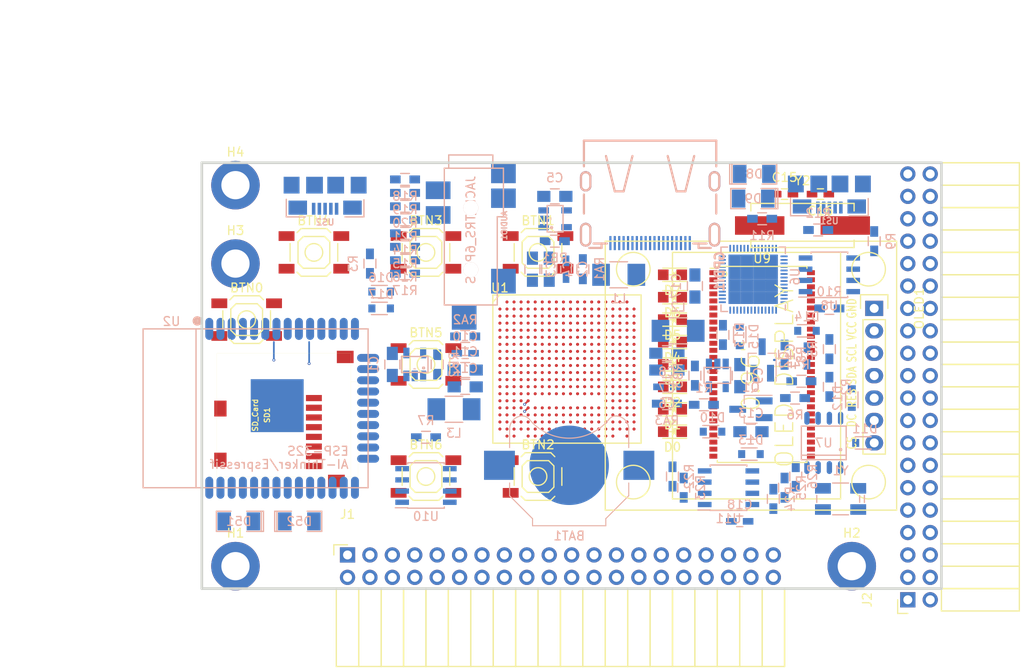
<source format=kicad_pcb>
(kicad_pcb (version 4) (host pcbnew 4.0.5+dfsg1-4)
  (layers (0 F.Cu signal) (1 In1.Cu signal) (2 In2.Cu signal) (31 B.Cu signal) (34 B.Paste user) (35 F.Paste user) (36 B.SilkS user) (37 F.SilkS user) (38 B.Mask user) (39 F.Mask user) (44 Edge.Cuts user))
  (net 0 "")
  (net 1 GND)
  (net 2 +5V)
  (net 3 /gpio/IN5V)
  (net 4 /gpio/OUT5V)
  (net 5 +3V3)
  (net 6 "Net-(L1-Pad1)")
  (net 7 "Net-(L2-Pad1)")
  (net 8 +1V2)
  (net 9 BTN_D)
  (net 10 BTN_F1)
  (net 11 BTN_F2)
  (net 12 BTN_L)
  (net 13 BTN_R)
  (net 14 BTN_U)
  (net 15 /power/FB1)
  (net 16 +2V5)
  (net 17 "Net-(L3-Pad1)")
  (net 18 /power/PWREN)
  (net 19 /power/FB3)
  (net 20 /power/FB2)
  (net 21 "Net-(D9-Pad1)")
  (net 22 /power/VBAT)
  (net 23 SD_3)
  (net 24 JTAG_TDI)
  (net 25 JTAG_TCK)
  (net 26 JTAG_TMS)
  (net 27 JTAG_TDO)
  (net 28 /power/WAKEUPn)
  (net 29 /power/WKUP)
  (net 30 /power/SHUT)
  (net 31 /power/WAKE)
  (net 32 /power/HOLD)
  (net 33 /power/WKn)
  (net 34 /power/OSCI_32k)
  (net 35 /power/OSCO_32k)
  (net 36 /usb/OSCI_12M)
  (net 37 +1V8)
  (net 38 FTDI_nSUSPEND)
  (net 39 USB_FTDI_DM)
  (net 40 USB_FTDI_DP)
  (net 41 /usb/OSCO_12M)
  (net 42 "Net-(Q2-Pad3)")
  (net 43 /usb/EECLK)
  (net 44 /usb/EECS)
  (net 45 "Net-(R11-Pad2)")
  (net 46 /usb/EEDATA)
  (net 47 SHUTDOWN)
  (net 48 /analog/AUDIO_L)
  (net 49 /analog/AUDIO_R)
  (net 50 GPDI_5V_SCL)
  (net 51 GPDI_5V_SDA)
  (net 52 GPDI_SDA)
  (net 53 GPDI_SCL)
  (net 54 /gpdi/VREF2)
  (net 55 /blinkey/BTNPU)
  (net 56 SD_CMD)
  (net 57 SD_CLK)
  (net 58 SD_D0)
  (net 59 SD_D1)
  (net 60 USB5V)
  (net 61 /gpio/B11)
  (net 62 /gpio/C11)
  (net 63 /gpio/A10)
  (net 64 /gpio/A11)
  (net 65 /gpio/B10)
  (net 66 /gpio/A9)
  (net 67 /gpio/C10)
  (net 68 /gpio/B9)
  (net 69 /gpio/E9)
  (net 70 /gpio/D9)
  (net 71 /gpio/A8)
  (net 72 /gpio/A7)
  (net 73 /gpio/B8)
  (net 74 /gpio/C8)
  (net 75 /gpio/D8)
  (net 76 /gpio/E8)
  (net 77 /gpio/C7)
  (net 78 /gpio/C6)
  (net 79 /gpio/D7)
  (net 80 /gpio/E7)
  (net 81 /gpio/D6)
  (net 82 /gpio/E6)
  (net 83 /gpio/B6)
  (net 84 /gpio/A6)
  (net 85 /gpio/A19)
  (net 86 /gpio/B20)
  (net 87 /gpio/A18)
  (net 88 /gpio/B19)
  (net 89 /gpio/A17)
  (net 90 /gpio/B18)
  (net 91 /gpio/B17)
  (net 92 /gpio/C17)
  (net 93 /gpio/C16)
  (net 94 /gpio/D16)
  (net 95 /gpio/A16)
  (net 96 /gpio/B16)
  (net 97 /gpio/D15)
  (net 98 /gpio/E15)
  (net 99 /gpio/B15)
  (net 100 /gpio/C15)
  (net 101 /gpio/D14)
  (net 102 /gpio/E14)
  (net 103 /gpio/A14)
  (net 104 /gpio/C14)
  (net 105 /gpio/D13)
  (net 106 /gpio/E13)
  (net 107 /gpio/B13)
  (net 108 /gpio/C13)
  (net 109 /gpio/A12)
  (net 110 /gpio/A13)
  (net 111 /gpio/D12)
  (net 112 /gpio/E12)
  (net 113 /gpio/B12)
  (net 114 /gpio/C12)
  (net 115 /gpio/D11)
  (net 116 /gpio/E11)
  (net 117 "Net-(BTN0-Pad1)")
  (net 118 LED0)
  (net 119 LED1)
  (net 120 LED2)
  (net 121 LED3)
  (net 122 LED4)
  (net 123 LED5)
  (net 124 LED6)
  (net 125 LED7)
  (net 126 BTN_PWRn)
  (net 127 GPDI_ETH_N)
  (net 128 GPDI_ETH_P)
  (net 129 GPDI_D2_P)
  (net 130 GPDI_D2_N)
  (net 131 GPDI_D1_P)
  (net 132 GPDI_D1_N)
  (net 133 GPDI_D0_P)
  (net 134 GPDI_D0_N)
  (net 135 GPDI_CLK_P)
  (net 136 GPDI_CLK_N)
  (net 137 GPDI_CEC)
  (module Keystone_3000_1x12mm-CoinCell:Keystone_3000_1x12mm-CoinCell (layer B.Cu) (at 135.73 95.71)
    (fp_text reference BAT1 (at 0 8) (layer B.SilkS) (effects (justify mirror)))
    (fp_text value CR1225)
    (pad 1 smd rect (at -7.9 0) (size 3.5 3.3) (layers B.Cu B.Paste B.Mask) (net 22 /power/VBAT))
    (pad 1 smd rect (at 7.9 0) (size 3.5 3.3) (layers B.Cu B.Paste B.Mask) (net 22 /power/VBAT))
    (pad 2 smd circle (at 0 0) (size 9 9) (layers B.Cu B.Mask) (net 1 GND))
  )
  (module SMD_Packages:SMD-1206_Pol (layer B.Cu) (at 105.149 102.06)
    (fp_text reference D52 (at 0 0) (layer B.SilkS) (effects (justify mirror)))
    (fp_text value 2A)
    (pad 1 smd rect (at -1.651 0) (size 1.524 2.032) (layers B.Cu B.Paste B.Mask) (net 4 /gpio/OUT5V))
    (pad 2 smd rect (at 1.651 0) (size 1.524 2.032) (layers B.Cu B.Paste B.Mask) (net 2 +5V))
  )
  (module SMD_Packages:SMD-1206_Pol (layer B.Cu) (at 98.291 102.06 180)
    (fp_text reference D51 (at 0 0 180) (layer B.SilkS) (effects (justify mirror)))
    (fp_text value 2A)
    (pad 1 smd rect (at -1.651 0 180) (size 1.524 2.032) (layers B.Cu B.Paste B.Mask) (net 2 +5V))
    (pad 2 smd rect (at 1.651 0 180) (size 1.524 2.032) (layers B.Cu B.Paste B.Mask) (net 3 /gpio/IN5V))
  )
  (module micro-sd:MicroSD_TF02D (layer F.Cu) (at 95.8 90.03 90)
    (fp_text reference SD1 (at 0 5.7 90) (layer F.SilkS) (effects (font (size 0.59944 0.59944) (thickness 0.12446))))
    (fp_text value SD_Card (at 0 4.35 90) (layer F.SilkS) (effects (font (size 0.59944 0.59944) (thickness 0.12446))))
    (pad 1 smd rect (at 1.94 11 90) (size 0.7 1.8) (layers F.Cu F.Paste F.Mask) (net 23 SD_3))
    (pad 2 smd rect (at 0.84 11 90) (size 0.7 1.8) (layers F.Cu F.Paste F.Mask) (net 56 SD_CMD))
    (pad 3 smd rect (at -0.26 11 90) (size 0.7 1.8) (layers F.Cu F.Paste F.Mask) (net 1 GND))
    (pad 4 smd rect (at -1.36 11 90) (size 0.7 1.8) (layers F.Cu F.Paste F.Mask) (net 5 +3V3))
    (pad 5 smd rect (at -2.46 11 90) (size 0.7 1.8) (layers F.Cu F.Paste F.Mask) (net 57 SD_CLK))
    (pad 6 smd rect (at -3.56 11 90) (size 0.7 1.8) (layers F.Cu F.Paste F.Mask) (net 1 GND))
    (pad 7 smd rect (at -4.66 11 90) (size 0.7 1.8) (layers F.Cu F.Paste F.Mask) (net 58 SD_D0))
    (pad 8 smd rect (at -5.76 11 90) (size 0.7 1.8) (layers F.Cu F.Paste F.Mask) (net 59 SD_D1))
    (pad S smd rect (at -5.05 0.4 90) (size 1.6 1.4) (layers F.Cu F.Paste F.Mask))
    (pad S smd rect (at 0.75 0.4 90) (size 1.8 1.4) (layers F.Cu F.Paste F.Mask))
    (pad G smd rect (at -7.45 13.55 90) (size 1.4 1.9) (layers F.Cu F.Paste F.Mask))
    (pad G smd rect (at 6.6 14.55 90) (size 1.4 1.9) (layers F.Cu F.Paste F.Mask))
  )
  (module Resistors_SMD:R_1210_HandSoldering (layer B.Cu) (at 141.344 74.12)
    (fp_text reference L1 (at 0 2.7) (layer B.SilkS) (effects (justify mirror)))
    (fp_text value 2.2uH)
    (pad 1 smd rect (at -2 0) (size 2 2.5) (layers B.Cu B.Paste B.Mask) (net 6 "Net-(L1-Pad1)"))
    (pad 2 smd rect (at 2 0) (size 2 2.5) (layers B.Cu B.Paste B.Mask) (net 8 +1V2))
  )
  (module TSOT-25:TSOT-25 (layer B.Cu) (at 134.135 67.77 90)
    (fp_text reference U3 (at 0 -0.5 90) (layer B.SilkS) (effects (font (size 0.15 0.15) (thickness 0.0375)) (justify mirror)))
    (fp_text value AP3429A)
    (pad 1 smd rect (at -0.95 -1.3 90) (size 0.7 1.2) (layers B.Cu B.Paste B.Mask) (net 18 /power/PWREN))
    (pad 2 smd rect (at 0 -1.3 90) (size 0.7 1.2) (layers B.Cu B.Paste B.Mask) (net 1 GND))
    (pad 3 smd rect (at 0.95 -1.3 90) (size 0.7 1.2) (layers B.Cu B.Paste B.Mask) (net 6 "Net-(L1-Pad1)"))
    (pad 4 smd rect (at 0.95 1.3 90) (size 0.7 1.2) (layers B.Cu B.Paste B.Mask) (net 2 +5V))
    (pad 5 smd rect (at -0.95 1.3 90) (size 0.7 1.2) (layers B.Cu B.Paste B.Mask) (net 15 /power/FB1))
  )
  (module Resistors_SMD:R_1210_HandSoldering (layer B.Cu) (at 148.075 80.47 180)
    (fp_text reference L2 (at 0 2.7 180) (layer B.SilkS) (effects (justify mirror)))
    (fp_text value 2.2uH)
    (pad 1 smd rect (at -2 0 180) (size 2 2.5) (layers B.Cu B.Paste B.Mask) (net 7 "Net-(L2-Pad1)"))
    (pad 2 smd rect (at 2 0 180) (size 2 2.5) (layers B.Cu B.Paste B.Mask) (net 5 +3V3))
  )
  (module TSOT-25:TSOT-25 (layer B.Cu) (at 152.52 85.52)
    (fp_text reference U4 (at 0 -0.5) (layer B.SilkS) (effects (font (size 0.15 0.15) (thickness 0.0375)) (justify mirror)))
    (fp_text value AP3429A)
    (pad 1 smd rect (at -0.95 -1.3) (size 0.7 1.2) (layers B.Cu B.Paste B.Mask) (net 18 /power/PWREN))
    (pad 2 smd rect (at 0 -1.3) (size 0.7 1.2) (layers B.Cu B.Paste B.Mask) (net 1 GND))
    (pad 3 smd rect (at 0.95 -1.3) (size 0.7 1.2) (layers B.Cu B.Paste B.Mask) (net 7 "Net-(L2-Pad1)"))
    (pad 4 smd rect (at 0.95 1.3) (size 0.7 1.2) (layers B.Cu B.Paste B.Mask) (net 2 +5V))
    (pad 5 smd rect (at -0.95 1.3) (size 0.7 1.2) (layers B.Cu B.Paste B.Mask) (net 19 /power/FB3))
  )
  (module Buttons_Switches_SMD:SW_SPST_SKQG (layer F.Cu) (at 132.2 71.58)
    (fp_text reference BTN1 (at 0 -3.6) (layer F.SilkS))
    (fp_text value FIRE1)
    (pad 1 smd rect (at -3.1 -1.85) (size 1.8 1.1) (layers F.Cu F.Paste F.Mask) (net 55 /blinkey/BTNPU))
    (pad 1 smd rect (at 3.1 -1.85) (size 1.8 1.1) (layers F.Cu F.Paste F.Mask) (net 55 /blinkey/BTNPU))
    (pad 2 smd rect (at -3.1 1.85) (size 1.8 1.1) (layers F.Cu F.Paste F.Mask) (net 10 BTN_F1))
    (pad 2 smd rect (at 3.1 1.85) (size 1.8 1.1) (layers F.Cu F.Paste F.Mask) (net 10 BTN_F1))
  )
  (module Buttons_Switches_SMD:SW_SPST_SKQG (layer F.Cu) (at 132.2 96.98)
    (fp_text reference BTN2 (at 0 -3.6) (layer F.SilkS))
    (fp_text value FIRE2)
    (pad 1 smd rect (at -3.1 -1.85) (size 1.8 1.1) (layers F.Cu F.Paste F.Mask) (net 55 /blinkey/BTNPU))
    (pad 1 smd rect (at 3.1 -1.85) (size 1.8 1.1) (layers F.Cu F.Paste F.Mask) (net 55 /blinkey/BTNPU))
    (pad 2 smd rect (at -3.1 1.85) (size 1.8 1.1) (layers F.Cu F.Paste F.Mask) (net 11 BTN_F2))
    (pad 2 smd rect (at 3.1 1.85) (size 1.8 1.1) (layers F.Cu F.Paste F.Mask) (net 11 BTN_F2))
  )
  (module Buttons_Switches_SMD:SW_SPST_SKQG (layer F.Cu) (at 119.5 71.58)
    (fp_text reference BTN3 (at 0 -3.6) (layer F.SilkS))
    (fp_text value UP)
    (pad 1 smd rect (at -3.1 -1.85) (size 1.8 1.1) (layers F.Cu F.Paste F.Mask) (net 55 /blinkey/BTNPU))
    (pad 1 smd rect (at 3.1 -1.85) (size 1.8 1.1) (layers F.Cu F.Paste F.Mask) (net 55 /blinkey/BTNPU))
    (pad 2 smd rect (at -3.1 1.85) (size 1.8 1.1) (layers F.Cu F.Paste F.Mask) (net 14 BTN_U))
    (pad 2 smd rect (at 3.1 1.85) (size 1.8 1.1) (layers F.Cu F.Paste F.Mask) (net 14 BTN_U))
  )
  (module Buttons_Switches_SMD:SW_SPST_SKQG (layer F.Cu) (at 106.8 71.58)
    (fp_text reference BTN4 (at 0 -3.6) (layer F.SilkS))
    (fp_text value DOWN)
    (pad 1 smd rect (at -3.1 -1.85) (size 1.8 1.1) (layers F.Cu F.Paste F.Mask) (net 55 /blinkey/BTNPU))
    (pad 1 smd rect (at 3.1 -1.85) (size 1.8 1.1) (layers F.Cu F.Paste F.Mask) (net 55 /blinkey/BTNPU))
    (pad 2 smd rect (at -3.1 1.85) (size 1.8 1.1) (layers F.Cu F.Paste F.Mask) (net 9 BTN_D))
    (pad 2 smd rect (at 3.1 1.85) (size 1.8 1.1) (layers F.Cu F.Paste F.Mask) (net 9 BTN_D))
  )
  (module Buttons_Switches_SMD:SW_SPST_SKQG (layer F.Cu) (at 119.5 84.28)
    (fp_text reference BTN5 (at 0 -3.6) (layer F.SilkS))
    (fp_text value LEFT)
    (pad 1 smd rect (at -3.1 -1.85) (size 1.8 1.1) (layers F.Cu F.Paste F.Mask) (net 55 /blinkey/BTNPU))
    (pad 1 smd rect (at 3.1 -1.85) (size 1.8 1.1) (layers F.Cu F.Paste F.Mask) (net 55 /blinkey/BTNPU))
    (pad 2 smd rect (at -3.1 1.85) (size 1.8 1.1) (layers F.Cu F.Paste F.Mask) (net 12 BTN_L))
    (pad 2 smd rect (at 3.1 1.85) (size 1.8 1.1) (layers F.Cu F.Paste F.Mask) (net 12 BTN_L))
  )
  (module Buttons_Switches_SMD:SW_SPST_SKQG (layer F.Cu) (at 119.5 96.98)
    (fp_text reference BTN6 (at 0 -3.6) (layer F.SilkS))
    (fp_text value RIGHT)
    (pad 1 smd rect (at -3.1 -1.85) (size 1.8 1.1) (layers F.Cu F.Paste F.Mask) (net 55 /blinkey/BTNPU))
    (pad 1 smd rect (at 3.1 -1.85) (size 1.8 1.1) (layers F.Cu F.Paste F.Mask) (net 55 /blinkey/BTNPU))
    (pad 2 smd rect (at -3.1 1.85) (size 1.8 1.1) (layers F.Cu F.Paste F.Mask) (net 13 BTN_R))
    (pad 2 smd rect (at 3.1 1.85) (size 1.8 1.1) (layers F.Cu F.Paste F.Mask) (net 13 BTN_R))
  )
  (module LEDs:LED_0805 (layer F.Cu) (at 147.44 91.9 180)
    (fp_text reference D0 (at 0 -1.75 180) (layer F.SilkS))
    (fp_text value LED)
    (pad 2 smd rect (at 1.04902 0) (size 1.19888 1.19888) (layers F.Cu F.Paste F.Mask) (net 118 LED0))
    (pad 1 smd rect (at -1.04902 0) (size 1.19888 1.19888) (layers F.Cu F.Paste F.Mask) (net 1 GND))
  )
  (module LEDs:LED_0805 (layer F.Cu) (at 147.44 89.36 180)
    (fp_text reference D1 (at 0 -1.75 180) (layer F.SilkS))
    (fp_text value LED)
    (pad 2 smd rect (at 1.04902 0) (size 1.19888 1.19888) (layers F.Cu F.Paste F.Mask) (net 119 LED1))
    (pad 1 smd rect (at -1.04902 0) (size 1.19888 1.19888) (layers F.Cu F.Paste F.Mask) (net 1 GND))
  )
  (module LEDs:LED_0805 (layer F.Cu) (at 147.44 86.82 180)
    (fp_text reference D2 (at 0 -1.75 180) (layer F.SilkS))
    (fp_text value LED)
    (pad 2 smd rect (at 1.04902 0) (size 1.19888 1.19888) (layers F.Cu F.Paste F.Mask) (net 120 LED2))
    (pad 1 smd rect (at -1.04902 0) (size 1.19888 1.19888) (layers F.Cu F.Paste F.Mask) (net 1 GND))
  )
  (module LEDs:LED_0805 (layer F.Cu) (at 147.44 84.28 180)
    (fp_text reference D3 (at 0 -1.75 180) (layer F.SilkS))
    (fp_text value LED)
    (pad 2 smd rect (at 1.04902 0) (size 1.19888 1.19888) (layers F.Cu F.Paste F.Mask) (net 121 LED3))
    (pad 1 smd rect (at -1.04902 0) (size 1.19888 1.19888) (layers F.Cu F.Paste F.Mask) (net 1 GND))
  )
  (module LEDs:LED_0805 (layer F.Cu) (at 147.44 81.74 180)
    (fp_text reference D4 (at 0 -1.75 180) (layer F.SilkS))
    (fp_text value LED)
    (pad 2 smd rect (at 1.04902 0) (size 1.19888 1.19888) (layers F.Cu F.Paste F.Mask) (net 122 LED4))
    (pad 1 smd rect (at -1.04902 0) (size 1.19888 1.19888) (layers F.Cu F.Paste F.Mask) (net 1 GND))
  )
  (module LEDs:LED_0805 (layer F.Cu) (at 147.44 79.2 180)
    (fp_text reference D5 (at 0 -1.75 180) (layer F.SilkS))
    (fp_text value LED)
    (pad 2 smd rect (at 1.04902 0) (size 1.19888 1.19888) (layers F.Cu F.Paste F.Mask) (net 123 LED5))
    (pad 1 smd rect (at -1.04902 0) (size 1.19888 1.19888) (layers F.Cu F.Paste F.Mask) (net 1 GND))
  )
  (module LEDs:LED_0805 (layer F.Cu) (at 147.44 76.66 180)
    (fp_text reference D6 (at 0 -1.75 180) (layer F.SilkS))
    (fp_text value LED)
    (pad 2 smd rect (at 1.04902 0) (size 1.19888 1.19888) (layers F.Cu F.Paste F.Mask) (net 124 LED6))
    (pad 1 smd rect (at -1.04902 0) (size 1.19888 1.19888) (layers F.Cu F.Paste F.Mask) (net 1 GND))
  )
  (module LEDs:LED_0805 (layer F.Cu) (at 147.44 74.12 180)
    (fp_text reference D7 (at 0 -1.75 180) (layer F.SilkS))
    (fp_text value LED)
    (pad 2 smd rect (at 1.04902 0) (size 1.19888 1.19888) (layers F.Cu F.Paste F.Mask) (net 125 LED7))
    (pad 1 smd rect (at -1.04902 0) (size 1.19888 1.19888) (layers F.Cu F.Paste F.Mask) (net 1 GND))
  )
  (module Resistors_SMD:R_1210_HandSoldering (layer B.Cu) (at 122.675 89.36)
    (fp_text reference L3 (at 0 2.7) (layer B.SilkS) (effects (justify mirror)))
    (fp_text value 2.2uH)
    (pad 1 smd rect (at -2 0) (size 2 2.5) (layers B.Cu B.Paste B.Mask) (net 17 "Net-(L3-Pad1)"))
    (pad 2 smd rect (at 2 0) (size 2 2.5) (layers B.Cu B.Paste B.Mask) (net 16 +2V5))
  )
  (module TSOT-25:TSOT-25 (layer B.Cu) (at 118.23 84.28 180)
    (fp_text reference U5 (at 0 -0.5 180) (layer B.SilkS) (effects (font (size 0.15 0.15) (thickness 0.0375)) (justify mirror)))
    (fp_text value AP3429A)
    (pad 1 smd rect (at -0.95 -1.3 180) (size 0.7 1.2) (layers B.Cu B.Paste B.Mask) (net 18 /power/PWREN))
    (pad 2 smd rect (at 0 -1.3 180) (size 0.7 1.2) (layers B.Cu B.Paste B.Mask) (net 1 GND))
    (pad 3 smd rect (at 0.95 -1.3 180) (size 0.7 1.2) (layers B.Cu B.Paste B.Mask) (net 17 "Net-(L3-Pad1)"))
    (pad 4 smd rect (at 0.95 1.3 180) (size 0.7 1.2) (layers B.Cu B.Paste B.Mask) (net 2 +5V))
    (pad 5 smd rect (at -0.95 1.3 180) (size 0.7 1.2) (layers B.Cu B.Paste B.Mask) (net 20 /power/FB2))
  )
  (module Capacitors_SMD:C_0805_HandSoldering (layer B.Cu) (at 115.69 84.28 270)
    (fp_text reference C1 (at 0 2.1 270) (layer B.SilkS) (effects (justify mirror)))
    (fp_text value 22uF)
    (pad 1 smd rect (at -1.25 0 270) (size 1.5 1.25) (layers B.Cu B.Paste B.Mask) (net 2 +5V))
    (pad 2 smd rect (at 1.25 0 270) (size 1.5 1.25) (layers B.Cu B.Paste B.Mask) (net 1 GND))
  )
  (module Capacitors_SMD:C_0805_HandSoldering (layer B.Cu) (at 131.565 73.485 90)
    (fp_text reference C3 (at 0 2.1 90) (layer B.SilkS) (effects (justify mirror)))
    (fp_text value 22uF)
    (pad 1 smd rect (at -1.25 0 90) (size 1.5 1.25) (layers B.Cu B.Paste B.Mask) (net 8 +1V2))
    (pad 2 smd rect (at 1.25 0 90) (size 1.5 1.25) (layers B.Cu B.Paste B.Mask) (net 1 GND))
  )
  (module Capacitors_SMD:C_0805_HandSoldering (layer B.Cu) (at 133.47 73.485 90)
    (fp_text reference C4 (at 0 2.1 90) (layer B.SilkS) (effects (justify mirror)))
    (fp_text value 22uF)
    (pad 1 smd rect (at -1.25 0 90) (size 1.5 1.25) (layers B.Cu B.Paste B.Mask) (net 8 +1V2))
    (pad 2 smd rect (at 1.25 0 90) (size 1.5 1.25) (layers B.Cu B.Paste B.Mask) (net 1 GND))
  )
  (module Capacitors_SMD:C_0805_HandSoldering (layer B.Cu) (at 134.105 65.23 180)
    (fp_text reference C5 (at 0 2.1 180) (layer B.SilkS) (effects (justify mirror)))
    (fp_text value 22uF)
    (pad 1 smd rect (at -1.25 0 180) (size 1.5 1.25) (layers B.Cu B.Paste B.Mask) (net 2 +5V))
    (pad 2 smd rect (at 1.25 0 180) (size 1.5 1.25) (layers B.Cu B.Paste B.Mask) (net 1 GND))
  )
  (module Capacitors_SMD:C_0805_HandSoldering (layer B.Cu) (at 146.805 84.915)
    (fp_text reference C7 (at 0 2.1) (layer B.SilkS) (effects (justify mirror)))
    (fp_text value 22uF)
    (pad 1 smd rect (at -1.25 0) (size 1.5 1.25) (layers B.Cu B.Paste B.Mask) (net 5 +3V3))
    (pad 2 smd rect (at 1.25 0) (size 1.5 1.25) (layers B.Cu B.Paste B.Mask) (net 1 GND))
  )
  (module Capacitors_SMD:C_0805_HandSoldering (layer B.Cu) (at 146.805 83.01)
    (fp_text reference C8 (at 0 2.1) (layer B.SilkS) (effects (justify mirror)))
    (fp_text value 22uF)
    (pad 1 smd rect (at -1.25 0) (size 1.5 1.25) (layers B.Cu B.Paste B.Mask) (net 5 +3V3))
    (pad 2 smd rect (at 1.25 0) (size 1.5 1.25) (layers B.Cu B.Paste B.Mask) (net 1 GND))
  )
  (module Capacitors_SMD:C_0805_HandSoldering (layer B.Cu) (at 155.06 85.55 90)
    (fp_text reference C9 (at 0 2.1 90) (layer B.SilkS) (effects (justify mirror)))
    (fp_text value 22uF)
    (pad 1 smd rect (at -1.25 0 90) (size 1.5 1.25) (layers B.Cu B.Paste B.Mask) (net 2 +5V))
    (pad 2 smd rect (at 1.25 0 90) (size 1.5 1.25) (layers B.Cu B.Paste B.Mask) (net 1 GND))
  )
  (module Capacitors_SMD:C_0805_HandSoldering (layer B.Cu) (at 123.945 84.915 180)
    (fp_text reference C11 (at 0 2.1 180) (layer B.SilkS) (effects (justify mirror)))
    (fp_text value 22uF)
    (pad 1 smd rect (at -1.25 0 180) (size 1.5 1.25) (layers B.Cu B.Paste B.Mask) (net 16 +2V5))
    (pad 2 smd rect (at 1.25 0 180) (size 1.5 1.25) (layers B.Cu B.Paste B.Mask) (net 1 GND))
  )
  (module Capacitors_SMD:C_0805_HandSoldering (layer B.Cu) (at 123.945 86.82 180)
    (fp_text reference C12 (at 0 2.1 180) (layer B.SilkS) (effects (justify mirror)))
    (fp_text value 22uF)
    (pad 1 smd rect (at -1.25 0 180) (size 1.5 1.25) (layers B.Cu B.Paste B.Mask) (net 16 +2V5))
    (pad 2 smd rect (at 1.25 0 180) (size 1.5 1.25) (layers B.Cu B.Paste B.Mask) (net 1 GND))
  )
  (module SMD_Packages:SMD-1206_Pol (layer B.Cu) (at 156.711 62.69)
    (fp_text reference D8 (at 0 0) (layer B.SilkS) (effects (justify mirror)))
    (fp_text value 2A)
    (pad 1 smd rect (at -1.651 0) (size 1.524 2.032) (layers B.Cu B.Paste B.Mask) (net 2 +5V))
    (pad 2 smd rect (at 1.651 0) (size 1.524 2.032) (layers B.Cu B.Paste B.Mask) (net 60 USB5V))
  )
  (module SMD_Packages:SMD-1206_Pol (layer B.Cu) (at 156.584 65.484 180)
    (fp_text reference D9 (at 0 0 180) (layer B.SilkS) (effects (justify mirror)))
    (fp_text value 2A)
    (pad 1 smd rect (at -1.651 0 180) (size 1.524 2.032) (layers B.Cu B.Paste B.Mask) (net 21 "Net-(D9-Pad1)"))
    (pad 2 smd rect (at 1.651 0 180) (size 1.524 2.032) (layers B.Cu B.Paste B.Mask) (net 2 +5V))
  )
  (module Power_Integrations:SO-8 (layer B.Cu) (at 164.585 93.17 180)
    (fp_text reference U7 (at 0 0 180) (layer B.SilkS) (effects (justify mirror)))
    (fp_text value PCF8523)
    (pad 1 smd oval (at -1.905 -2.794 180) (size 0.6096 1.4732) (layers B.Cu B.Paste B.Mask) (net 34 /power/OSCI_32k))
    (pad 2 smd oval (at -0.635 -2.794 180) (size 0.6096 1.4732) (layers B.Cu B.Paste B.Mask) (net 35 /power/OSCO_32k))
    (pad 3 smd oval (at 0.635 -2.794 180) (size 0.6096 1.4732) (layers B.Cu B.Paste B.Mask) (net 22 /power/VBAT))
    (pad 4 smd oval (at 1.905 -2.794 180) (size 0.6096 1.4732) (layers B.Cu B.Paste B.Mask) (net 1 GND))
    (pad 5 smd oval (at 1.905 2.794 180) (size 0.6096 1.4732) (layers B.Cu B.Paste B.Mask))
    (pad 6 smd oval (at 0.635 2.794 180) (size 0.6096 1.4732) (layers B.Cu B.Paste B.Mask))
    (pad 7 smd oval (at -0.635 2.794 180) (size 0.6096 1.4732) (layers B.Cu B.Paste B.Mask) (net 28 /power/WAKEUPn))
    (pad 8 smd oval (at -1.905 2.794 180) (size 0.6096 1.4732) (layers B.Cu B.Paste B.Mask) (net 16 +2V5))
  )
  (module Capacitors_SMD:C_0805_HandSoldering (layer B.Cu) (at 156.33 91.9 180)
    (fp_text reference C13 (at 0 2.1 180) (layer B.SilkS) (effects (justify mirror)))
    (fp_text value 2.2uF)
    (pad 1 smd rect (at -1.25 0 180) (size 1.5 1.25) (layers B.Cu B.Paste B.Mask) (net 2 +5V))
    (pad 2 smd rect (at 1.25 0 180) (size 1.5 1.25) (layers B.Cu B.Paste B.Mask) (net 29 /power/WKUP))
  )
  (module Diodes_SMD:D_0805 (layer B.Cu) (at 151.978 91.9)
    (fp_text reference D10 (at 0 -1.6) (layer B.SilkS) (effects (justify mirror)))
    (fp_text value 1N4148)
    (pad 1 smd rect (at -1.05 0) (size 0.8 0.9) (layers B.Cu B.Paste B.Mask) (net 31 /power/WAKE))
    (pad 2 smd rect (at 1.05 0) (size 0.8 0.9) (layers B.Cu B.Paste B.Mask) (net 29 /power/WKUP))
  )
  (module Diodes_SMD:D_0805 (layer B.Cu) (at 169.25 93.17)
    (fp_text reference D11 (at 0 -1.6) (layer B.SilkS) (effects (justify mirror)))
    (fp_text value 1N4148)
    (pad 1 smd rect (at -1.05 0) (size 0.8 0.9) (layers B.Cu B.Paste B.Mask) (net 32 /power/HOLD))
    (pad 2 smd rect (at 1.05 0) (size 0.8 0.9) (layers B.Cu B.Paste B.Mask) (net 5 +3V3))
  )
  (module Diodes_SMD:D_0805 (layer B.Cu) (at 155.06 81.105 270)
    (fp_text reference D15 (at 0 -1.6 270) (layer B.SilkS) (effects (justify mirror)))
    (fp_text value BAT42)
    (pad 1 smd rect (at -1.05 0 270) (size 0.8 0.9) (layers B.Cu B.Paste B.Mask) (net 30 /power/SHUT))
    (pad 2 smd rect (at 1.05 0 270) (size 0.8 0.9) (layers B.Cu B.Paste B.Mask) (net 47 SHUTDOWN))
  )
  (module Diodes_SMD:D_0805 (layer B.Cu) (at 167.76 88.09 90)
    (fp_text reference D12 (at 0 -1.6 90) (layer B.SilkS) (effects (justify mirror)))
    (fp_text value 1N4148)
    (pad 1 smd rect (at -1.05 0 90) (size 0.8 0.9) (layers B.Cu B.Paste B.Mask) (net 18 /power/PWREN))
    (pad 2 smd rect (at 1.05 0 90) (size 0.8 0.9) (layers B.Cu B.Paste B.Mask) (net 38 FTDI_nSUSPEND))
  )
  (module usb_otg:USB-MICRO-B-FCI-10118192-0001LF (layer B.Cu) (at 165.22 63.825)
    (fp_text reference US1 (at 0 4.2) (layer B.SilkS) (effects (font (size 0.7 0.7)) (justify mirror)))
    (fp_text value USB_FTDI hide)
    (pad 6 smd rect (at -3.1 2.55) (size 2.1 1.6) (layers B.Cu B.Paste B.Mask) (net 1 GND))
    (pad 6 smd rect (at 3.1 2.55) (size 2.1 1.6) (layers B.Cu B.Paste B.Mask) (net 1 GND))
    (pad "" smd rect (at -1.2 0) (size 1.9 1.9) (layers B.Cu B.Paste B.Mask))
    (pad "" smd rect (at 1.2 0) (size 1.9 1.9) (layers B.Cu B.Paste B.Mask))
    (pad 1 smd rect (at -1.3 2.675) (size 0.4 1.35) (layers B.Cu B.Paste B.Mask) (net 60 USB5V))
    (pad 2 smd rect (at -0.65 2.675) (size 0.4 1.35) (layers B.Cu B.Paste B.Mask) (net 39 USB_FTDI_DM))
    (pad 3 smd rect (at 0 2.675) (size 0.4 1.35) (layers B.Cu B.Paste B.Mask) (net 40 USB_FTDI_DP))
    (pad 4 smd rect (at 0.65 2.675) (size 0.4 1.35) (layers B.Cu B.Paste B.Mask))
    (pad 5 smd rect (at 1.3 2.675) (size 0.4 1.35) (layers B.Cu B.Paste B.Mask) (net 1 GND))
    (pad "" smd rect (at -3.8 0) (size 1.8 1.9) (layers B.Cu B.Paste B.Mask))
    (pad "" smd rect (at 3.8 0) (size 1.8 1.9) (layers B.Cu B.Paste B.Mask))
  )
  (module usb_otg:USB-MICRO-B-FCI-10118192-0001LF (layer B.Cu) (at 108.07 63.96)
    (fp_text reference US2 (at 0 4.2) (layer B.SilkS) (effects (font (size 0.7 0.7)) (justify mirror)))
    (fp_text value USB_FPGA hide)
    (pad 6 smd rect (at -3.1 2.55) (size 2.1 1.6) (layers B.Cu B.Paste B.Mask) (net 1 GND))
    (pad 6 smd rect (at 3.1 2.55) (size 2.1 1.6) (layers B.Cu B.Paste B.Mask) (net 1 GND))
    (pad "" smd rect (at -1.2 0) (size 1.9 1.9) (layers B.Cu B.Paste B.Mask))
    (pad "" smd rect (at 1.2 0) (size 1.9 1.9) (layers B.Cu B.Paste B.Mask))
    (pad 1 smd rect (at -1.3 2.675) (size 0.4 1.35) (layers B.Cu B.Paste B.Mask) (net 21 "Net-(D9-Pad1)"))
    (pad 2 smd rect (at -0.65 2.675) (size 0.4 1.35) (layers B.Cu B.Paste B.Mask))
    (pad 3 smd rect (at 0 2.675) (size 0.4 1.35) (layers B.Cu B.Paste B.Mask))
    (pad 4 smd rect (at 0.65 2.675) (size 0.4 1.35) (layers B.Cu B.Paste B.Mask))
    (pad 5 smd rect (at 1.3 2.675) (size 0.4 1.35) (layers B.Cu B.Paste B.Mask) (net 1 GND))
    (pad "" smd rect (at -3.8 0) (size 1.8 1.9) (layers B.Cu B.Paste B.Mask))
    (pad "" smd rect (at 3.8 0) (size 1.8 1.9) (layers B.Cu B.Paste B.Mask))
  )
  (module audio-jack:CUI_SJ-43516-SMT (layer B.Cu) (at 124.58 69.04 270)
    (fp_text reference AUDIO1 (at -0.5 -3.8 270) (layer B.SilkS) (effects (font (size 0.6096 0.6096) (thickness 0.1524)) (justify mirror)))
    (fp_text value JACK_TRS_6PINS (at 0 0 270) (layer B.SilkS) (effects (justify mirror)))
    (pad 1 smd rect (at -6.4 -3.7 270) (size 2.2 2.8) (layers B.Cu B.Paste B.Mask) (net 48 /analog/AUDIO_L))
    (pad 4 smd rect (at -3.6 -3.7 270) (size 2.2 2.8) (layers B.Cu B.Paste B.Mask))
    (pad 2 smd rect (at 5.8 -3.7 270) (size 2.8 2.8) (layers B.Cu B.Paste B.Mask) (net 1 GND))
    (pad 5 smd rect (at 9.9 0.75 270) (size 2.8 2.8) (layers B.Cu B.Paste B.Mask))
    (pad 3 smd rect (at -1.7 3.7 270) (size 2 2.8) (layers B.Cu B.Paste B.Mask) (net 49 /analog/AUDIO_R))
    (pad 6 smd rect (at -4.5 3.7 270) (size 2 2.8) (layers B.Cu B.Paste B.Mask))
    (pad "" np_thru_hole circle (at -2.5 0 270) (size 1.7 1.7) (drill 1.7) (layers *.Cu *.Mask B.SilkS) (clearance 0.4))
    (pad "" np_thru_hole circle (at 4.5 0 270) (size 1.7 1.7) (drill 1.7) (layers *.Cu *.Mask B.SilkS) (clearance 0.4))
  )
  (module abs25:Crystal_SMD_ABS25 (layer B.Cu) (at 166.49 99.52 180)
    (fp_text reference Y1 (at 0 3.2 180) (layer B.SilkS) (effects (justify mirror)))
    (fp_text value 32768Hz)
    (pad 4 smd rect (at -2 1.2 180) (size 1.8 1.2) (layers B.Cu B.Paste B.Mask) (net 35 /power/OSCO_32k))
    (pad 3 smd rect (at 2 1.2 180) (size 1.8 1.2) (layers B.Cu B.Paste B.Mask))
    (pad 2 smd rect (at 2 -1.2 180) (size 1.8 1.2) (layers B.Cu B.Paste B.Mask))
    (pad 1 smd rect (at -2 -1.2 180) (size 1.8 1.2) (layers B.Cu B.Paste B.Mask) (net 34 /power/OSCI_32k))
  )
  (module TSOP54:TSOP54 (layer F.Cu) (at 157.6 84.28)
    (fp_text reference U9 (at 0 -12) (layer F.SilkS))
    (fp_text value MT48LC16M16A2TG)
    (pad 28 smd rect (at 5.53 10.4) (size 0.9 0.56) (layers F.Cu F.Paste F.Mask) (net 1 GND))
    (pad 1 smd rect (at -5.53 -10.4) (size 0.9 0.56) (layers F.Cu F.Paste F.Mask) (net 5 +3V3))
    (pad 2 smd rect (at -5.53 -9.6) (size 0.9 0.56) (layers F.Cu F.Paste F.Mask))
    (pad 3 smd rect (at -5.53 -8.8) (size 0.9 0.56) (layers F.Cu F.Paste F.Mask) (net 5 +3V3))
    (pad 4 smd rect (at -5.53 -8) (size 0.9 0.56) (layers F.Cu F.Paste F.Mask))
    (pad 5 smd rect (at -5.53 -7.2) (size 0.9 0.56) (layers F.Cu F.Paste F.Mask))
    (pad 6 smd rect (at -5.53 -6.4) (size 0.9 0.56) (layers F.Cu F.Paste F.Mask) (net 1 GND))
    (pad 7 smd rect (at -5.53 -5.6) (size 0.9 0.56) (layers F.Cu F.Paste F.Mask))
    (pad 8 smd rect (at -5.53 -4.8) (size 0.9 0.56) (layers F.Cu F.Paste F.Mask))
    (pad 9 smd rect (at -5.53 -4) (size 0.9 0.56) (layers F.Cu F.Paste F.Mask) (net 5 +3V3))
    (pad 10 smd rect (at -5.53 -3.2) (size 0.9 0.56) (layers F.Cu F.Paste F.Mask))
    (pad 11 smd rect (at -5.53 -2.4) (size 0.9 0.56) (layers F.Cu F.Paste F.Mask))
    (pad 12 smd rect (at -5.53 -1.6) (size 0.9 0.56) (layers F.Cu F.Paste F.Mask) (net 1 GND))
    (pad 13 smd rect (at -5.53 -0.8) (size 0.9 0.56) (layers F.Cu F.Paste F.Mask))
    (pad 14 smd rect (at -5.53 0) (size 0.9 0.56) (layers F.Cu F.Paste F.Mask) (net 5 +3V3))
    (pad 15 smd rect (at -5.53 0.8) (size 0.9 0.56) (layers F.Cu F.Paste F.Mask))
    (pad 16 smd rect (at -5.53 1.6) (size 0.9 0.56) (layers F.Cu F.Paste F.Mask))
    (pad 17 smd rect (at -5.53 2.4) (size 0.9 0.56) (layers F.Cu F.Paste F.Mask))
    (pad 18 smd rect (at -5.53 3.2) (size 0.9 0.56) (layers F.Cu F.Paste F.Mask))
    (pad 19 smd rect (at -5.53 4) (size 0.9 0.56) (layers F.Cu F.Paste F.Mask))
    (pad 20 smd rect (at -5.53 4.8) (size 0.9 0.56) (layers F.Cu F.Paste F.Mask))
    (pad 21 smd rect (at -5.53 5.6) (size 0.9 0.56) (layers F.Cu F.Paste F.Mask))
    (pad 22 smd rect (at -5.53 6.4) (size 0.9 0.56) (layers F.Cu F.Paste F.Mask))
    (pad 23 smd rect (at -5.53 7.2) (size 0.9 0.56) (layers F.Cu F.Paste F.Mask))
    (pad 24 smd rect (at -5.53 8) (size 0.9 0.56) (layers F.Cu F.Paste F.Mask))
    (pad 25 smd rect (at -5.53 8.8) (size 0.9 0.56) (layers F.Cu F.Paste F.Mask))
    (pad 26 smd rect (at -5.53 9.6) (size 0.9 0.56) (layers F.Cu F.Paste F.Mask))
    (pad 27 smd rect (at -5.53 10.4) (size 0.9 0.56) (layers F.Cu F.Paste F.Mask) (net 5 +3V3))
    (pad 29 smd rect (at 5.53 9.6) (size 0.9 0.56) (layers F.Cu F.Paste F.Mask))
    (pad 30 smd rect (at 5.53 8.8) (size 0.9 0.56) (layers F.Cu F.Paste F.Mask))
    (pad 31 smd rect (at 5.53 8) (size 0.9 0.56) (layers F.Cu F.Paste F.Mask))
    (pad 32 smd rect (at 5.53 7.2) (size 0.9 0.56) (layers F.Cu F.Paste F.Mask))
    (pad 33 smd rect (at 5.53 6.4) (size 0.9 0.56) (layers F.Cu F.Paste F.Mask))
    (pad 34 smd rect (at 5.53 5.6) (size 0.9 0.56) (layers F.Cu F.Paste F.Mask))
    (pad 35 smd rect (at 5.53 4.8) (size 0.9 0.56) (layers F.Cu F.Paste F.Mask))
    (pad 36 smd rect (at 5.53 4) (size 0.9 0.56) (layers F.Cu F.Paste F.Mask))
    (pad 37 smd rect (at 5.53 3.2) (size 0.9 0.56) (layers F.Cu F.Paste F.Mask))
    (pad 38 smd rect (at 5.53 2.4) (size 0.9 0.56) (layers F.Cu F.Paste F.Mask))
    (pad 39 smd rect (at 5.53 1.6) (size 0.9 0.56) (layers F.Cu F.Paste F.Mask))
    (pad 40 smd rect (at 5.53 0.8) (size 0.9 0.56) (layers F.Cu F.Paste F.Mask))
    (pad 41 smd rect (at 5.53 0) (size 0.9 0.56) (layers F.Cu F.Paste F.Mask) (net 1 GND))
    (pad 42 smd rect (at 5.53 -0.8) (size 0.9 0.56) (layers F.Cu F.Paste F.Mask))
    (pad 43 smd rect (at 5.53 -1.6) (size 0.9 0.56) (layers F.Cu F.Paste F.Mask) (net 5 +3V3))
    (pad 44 smd rect (at 5.53 -2.4) (size 0.9 0.56) (layers F.Cu F.Paste F.Mask))
    (pad 45 smd rect (at 5.53 -3.2) (size 0.9 0.56) (layers F.Cu F.Paste F.Mask))
    (pad 46 smd rect (at 5.53 -4) (size 0.9 0.56) (layers F.Cu F.Paste F.Mask) (net 1 GND))
    (pad 47 smd rect (at 5.53 -4.8) (size 0.9 0.56) (layers F.Cu F.Paste F.Mask))
    (pad 48 smd rect (at 5.53 -5.6) (size 0.9 0.56) (layers F.Cu F.Paste F.Mask))
    (pad 49 smd rect (at 5.53 -6.4) (size 0.9 0.56) (layers F.Cu F.Paste F.Mask) (net 5 +3V3))
    (pad 50 smd rect (at 5.53 -7.2) (size 0.9 0.56) (layers F.Cu F.Paste F.Mask))
    (pad 51 smd rect (at 5.53 -8) (size 0.9 0.56) (layers F.Cu F.Paste F.Mask))
    (pad 52 smd rect (at 5.53 -8.8) (size 0.9 0.56) (layers F.Cu F.Paste F.Mask) (net 1 GND))
    (pad 53 smd rect (at 5.53 -9.6) (size 0.9 0.56) (layers F.Cu F.Paste F.Mask))
    (pad 54 smd rect (at 5.53 -10.4) (size 0.9 0.56) (layers F.Cu F.Paste F.Mask) (net 1 GND))
  )
  (module Capacitors_SMD:C_0805_HandSoldering (layer B.Cu) (at 149.98 75.39 270)
    (fp_text reference C17 (at 0 2.1 270) (layer B.SilkS) (effects (justify mirror)))
    (fp_text value 3.3uF)
    (pad 1 smd rect (at -1.25 0 270) (size 1.5 1.25) (layers B.Cu B.Paste B.Mask) (net 37 +1V8))
    (pad 2 smd rect (at 1.25 0 270) (size 1.5 1.25) (layers B.Cu B.Paste B.Mask) (net 1 GND))
  )
  (module Housings_DFN_QFN:QFN-56-1EP_7x7mm_Pitch0.4mm (layer B.Cu) (at 156.584 74.628 90)
    (fp_text reference U6 (at 0.3 4.75 90) (layer B.SilkS) (effects (justify mirror)))
    (fp_text value FT2232H-56Q)
    (pad 1 smd rect (at -3.5 2.6 90) (size 0.8 0.2) (layers B.Cu B.Paste B.Mask) (net 44 /usb/EECS))
    (pad 2 smd rect (at -3.5 2.2 90) (size 0.8 0.2) (layers B.Cu B.Paste B.Mask) (net 37 +1V8))
    (pad 3 smd rect (at -3.5 1.8 90) (size 0.8 0.2) (layers B.Cu B.Paste B.Mask) (net 36 /usb/OSCI_12M))
    (pad 4 smd rect (at -3.5 1.4 90) (size 0.8 0.2) (layers B.Cu B.Paste B.Mask) (net 41 /usb/OSCO_12M))
    (pad 5 smd rect (at -3.5 1 90) (size 0.8 0.2) (layers B.Cu B.Paste B.Mask) (net 5 +3V3))
    (pad 6 smd rect (at -3.5 0.6 90) (size 0.8 0.2) (layers B.Cu B.Paste B.Mask))
    (pad 7 smd rect (at -3.5 0.2 90) (size 0.8 0.2) (layers B.Cu B.Paste B.Mask) (net 39 USB_FTDI_DM))
    (pad 8 smd rect (at -3.5 -0.2 90) (size 0.8 0.2) (layers B.Cu B.Paste B.Mask) (net 40 USB_FTDI_DP))
    (pad 9 smd rect (at -3.5 -0.6 90) (size 0.8 0.2) (layers B.Cu B.Paste B.Mask) (net 5 +3V3))
    (pad 10 smd rect (at -3.5 -1 90) (size 0.8 0.2) (layers B.Cu B.Paste B.Mask))
    (pad 11 smd rect (at -3.5 -1.4 90) (size 0.8 0.2) (layers B.Cu B.Paste B.Mask))
    (pad 12 smd rect (at -3.5 -1.8 90) (size 0.8 0.2) (layers B.Cu B.Paste B.Mask) (net 25 JTAG_TCK))
    (pad 15 smd rect (at -2.6 -3.5) (size 0.8 0.2) (layers B.Cu B.Paste B.Mask) (net 26 JTAG_TMS))
    (pad 16 smd rect (at -2.2 -3.5) (size 0.8 0.2) (layers B.Cu B.Paste B.Mask) (net 5 +3V3))
    (pad 17 smd rect (at -1.8 -3.5) (size 0.8 0.2) (layers B.Cu B.Paste B.Mask))
    (pad 18 smd rect (at -1.4 -3.5) (size 0.8 0.2) (layers B.Cu B.Paste B.Mask))
    (pad 19 smd rect (at -1 -3.5) (size 0.8 0.2) (layers B.Cu B.Paste B.Mask))
    (pad 20 smd rect (at -0.6 -3.5) (size 0.8 0.2) (layers B.Cu B.Paste B.Mask))
    (pad 21 smd rect (at -0.2 -3.5) (size 0.8 0.2) (layers B.Cu B.Paste B.Mask) (net 1 GND))
    (pad 22 smd rect (at 0.2 -3.5) (size 0.8 0.2) (layers B.Cu B.Paste B.Mask))
    (pad 23 smd rect (at 0.6 -3.5) (size 0.8 0.2) (layers B.Cu B.Paste B.Mask))
    (pad 24 smd rect (at 1 -3.5) (size 0.8 0.2) (layers B.Cu B.Paste B.Mask))
    (pad 57 smd rect (at -2.1 2.1 90) (size 1.4 1.4) (layers B.Cu B.Paste B.Mask) (net 1 GND))
    (pad 13 smd rect (at -3.5 -2.2 90) (size 0.8 0.2) (layers B.Cu B.Paste B.Mask) (net 24 JTAG_TDI))
    (pad 14 smd rect (at -3.5 -2.6 90) (size 0.8 0.2) (layers B.Cu B.Paste B.Mask) (net 27 JTAG_TDO))
    (pad 25 smd rect (at 1.4 -3.5) (size 0.8 0.2) (layers B.Cu B.Paste B.Mask))
    (pad 26 smd rect (at 1.8 -3.5) (size 0.8 0.2) (layers B.Cu B.Paste B.Mask))
    (pad 27 smd rect (at 2.2 -3.5) (size 0.8 0.2) (layers B.Cu B.Paste B.Mask))
    (pad 28 smd rect (at 2.6 -3.5) (size 0.8 0.2) (layers B.Cu B.Paste B.Mask))
    (pad 42 smd rect (at 3.5 2.6 90) (size 0.8 0.2) (layers B.Cu B.Paste B.Mask) (net 37 +1V8))
    (pad 41 smd rect (at 3.5 2.2 90) (size 0.8 0.2) (layers B.Cu B.Paste B.Mask) (net 1 GND))
    (pad 39 smd rect (at 3.5 1.4 90) (size 0.8 0.2) (layers B.Cu B.Paste B.Mask))
    (pad 38 smd rect (at 3.5 1 90) (size 0.8 0.2) (layers B.Cu B.Paste B.Mask))
    (pad 40 smd rect (at 3.5 1.8 90) (size 0.8 0.2) (layers B.Cu B.Paste B.Mask))
    (pad 35 smd rect (at 3.5 -0.2 90) (size 0.8 0.2) (layers B.Cu B.Paste B.Mask))
    (pad 34 smd rect (at 3.5 -0.6 90) (size 0.8 0.2) (layers B.Cu B.Paste B.Mask))
    (pad 33 smd rect (at 3.5 -1 90) (size 0.8 0.2) (layers B.Cu B.Paste B.Mask))
    (pad 36 smd rect (at 3.5 0.2 90) (size 0.8 0.2) (layers B.Cu B.Paste B.Mask) (net 5 +3V3))
    (pad 37 smd rect (at 3.5 0.6 90) (size 0.8 0.2) (layers B.Cu B.Paste B.Mask))
    (pad 30 smd rect (at 3.5 -2.2 90) (size 0.8 0.2) (layers B.Cu B.Paste B.Mask) (net 38 FTDI_nSUSPEND))
    (pad 31 smd rect (at 3.5 -1.8 90) (size 0.8 0.2) (layers B.Cu B.Paste B.Mask) (net 37 +1V8))
    (pad 32 smd rect (at 3.5 -1.4 90) (size 0.8 0.2) (layers B.Cu B.Paste B.Mask))
    (pad 29 smd rect (at 3.5 -2.6 90) (size 0.8 0.2) (layers B.Cu B.Paste B.Mask))
    (pad 55 smd rect (at -2.2 3.5) (size 0.8 0.2) (layers B.Cu B.Paste B.Mask) (net 46 /usb/EEDATA))
    (pad 56 smd rect (at -2.6 3.5) (size 0.8 0.2) (layers B.Cu B.Paste B.Mask) (net 43 /usb/EECLK))
    (pad 51 smd rect (at -0.6 3.5) (size 0.8 0.2) (layers B.Cu B.Paste B.Mask))
    (pad 49 smd rect (at 0.2 3.5) (size 0.8 0.2) (layers B.Cu B.Paste B.Mask))
    (pad 52 smd rect (at -1 3.5) (size 0.8 0.2) (layers B.Cu B.Paste B.Mask))
    (pad 53 smd rect (at -1.4 3.5) (size 0.8 0.2) (layers B.Cu B.Paste B.Mask))
    (pad 50 smd rect (at -0.2 3.5) (size 0.8 0.2) (layers B.Cu B.Paste B.Mask) (net 5 +3V3))
    (pad 54 smd rect (at -1.8 3.5) (size 0.8 0.2) (layers B.Cu B.Paste B.Mask))
    (pad 45 smd rect (at 1.8 3.5) (size 0.8 0.2) (layers B.Cu B.Paste B.Mask) (net 1 GND))
    (pad 47 smd rect (at 1 3.5) (size 0.8 0.2) (layers B.Cu B.Paste B.Mask))
    (pad 46 smd rect (at 1.4 3.5) (size 0.8 0.2) (layers B.Cu B.Paste B.Mask))
    (pad 44 smd rect (at 2.2 3.5) (size 0.8 0.2) (layers B.Cu B.Paste B.Mask) (net 5 +3V3))
    (pad 43 smd rect (at 2.6 3.5) (size 0.8 0.2) (layers B.Cu B.Paste B.Mask))
    (pad 48 smd rect (at 0.6 3.5) (size 0.8 0.2) (layers B.Cu B.Paste B.Mask))
    (pad 57 smd rect (at -0.7 2.1 90) (size 1.4 1.4) (layers B.Cu B.Paste B.Mask) (net 1 GND))
    (pad 57 smd rect (at 0.7 2.1 90) (size 1.4 1.4) (layers B.Cu B.Paste B.Mask) (net 1 GND))
    (pad 57 smd rect (at 2.1 2.1 90) (size 1.4 1.4) (layers B.Cu B.Paste B.Mask) (net 1 GND))
    (pad 57 smd rect (at 2.1 0.7 90) (size 1.4 1.4) (layers B.Cu B.Paste B.Mask) (net 1 GND))
    (pad 57 smd rect (at 0.7 0.7 90) (size 1.4 1.4) (layers B.Cu B.Paste B.Mask) (net 1 GND))
    (pad 57 smd rect (at -2.1 0.7 90) (size 1.4 1.4) (layers B.Cu B.Paste B.Mask) (net 1 GND))
    (pad 57 smd rect (at -0.7 0.7 90) (size 1.4 1.4) (layers B.Cu B.Paste B.Mask) (net 1 GND))
    (pad 57 smd rect (at 2.1 -0.7 90) (size 1.4 1.4) (layers B.Cu B.Paste B.Mask) (net 1 GND))
    (pad 57 smd rect (at 0.7 -0.7 90) (size 1.4 1.4) (layers B.Cu B.Paste B.Mask) (net 1 GND))
    (pad 57 smd rect (at -2.1 -0.7 90) (size 1.4 1.4) (layers B.Cu B.Paste B.Mask) (net 1 GND))
    (pad 57 smd rect (at -0.7 -0.7 90) (size 1.4 1.4) (layers B.Cu B.Paste B.Mask) (net 1 GND))
    (pad 57 smd rect (at 2.1 -2.1 90) (size 1.4 1.4) (layers B.Cu B.Paste B.Mask) (net 1 GND))
    (pad 57 smd rect (at 0.7 -2.1 90) (size 1.4 1.4) (layers B.Cu B.Paste B.Mask) (net 1 GND))
    (pad 57 smd rect (at -2.1 -2.1 90) (size 1.4 1.4) (layers B.Cu B.Paste B.Mask) (net 1 GND))
    (pad 57 smd rect (at -0.7 -2.1 90) (size 1.4 1.4) (layers B.Cu B.Paste B.Mask) (net 1 GND))
  )
  (module Crystals:Crystal_HC49-SD_SMD (layer F.Cu) (at 162.172 68.532)
    (fp_text reference Y2 (at 0 -5.08) (layer F.SilkS))
    (fp_text value 12MHz)
    (pad 1 smd rect (at -4.84886 0) (size 5.6007 2.10058) (layers F.Cu F.Paste F.Mask) (net 36 /usb/OSCI_12M))
    (pad 2 smd rect (at 4.84886 0) (size 5.6007 2.10058) (layers F.Cu F.Paste F.Mask) (net 41 /usb/OSCO_12M))
  )
  (module TO_SOT_Packages_SMD:SOT-23_Handsoldering (layer B.Cu) (at 156.33 89.36 180)
    (fp_text reference Q1 (at 0 2.5 180) (layer B.SilkS) (effects (justify mirror)))
    (fp_text value BC857)
    (pad 1 smd rect (at -1.5 0.95 180) (size 1.9 0.8) (layers B.Cu B.Paste B.Mask) (net 33 /power/WKn))
    (pad 2 smd rect (at -1.5 -0.95 180) (size 1.9 0.8) (layers B.Cu B.Paste B.Mask) (net 2 +5V))
    (pad 3 smd rect (at 1.5 0 180) (size 1.9 0.8) (layers B.Cu B.Paste B.Mask) (net 29 /power/WKUP))
  )
  (module TO_SOT_Packages_SMD:SOT-23_Handsoldering (layer B.Cu) (at 157.6 83.772 90)
    (fp_text reference Q2 (at 0 2.5 90) (layer B.SilkS) (effects (justify mirror)))
    (fp_text value 2N7002)
    (pad 1 smd rect (at -1.5 0.95 90) (size 1.9 0.8) (layers B.Cu B.Paste B.Mask) (net 30 /power/SHUT))
    (pad 2 smd rect (at -1.5 -0.95 90) (size 1.9 0.8) (layers B.Cu B.Paste B.Mask) (net 1 GND))
    (pad 3 smd rect (at 1.5 0 90) (size 1.9 0.8) (layers B.Cu B.Paste B.Mask) (net 42 "Net-(Q2-Pad3)"))
  )
  (module Housings_SOIC:SOIC-8_3.9x4.9mm_Pitch1.27mm (layer B.Cu) (at 165.22 74.12)
    (fp_text reference U8 (at 0 3.5) (layer B.SilkS) (effects (justify mirror)))
    (fp_text value 93CxxC)
    (pad 1 smd rect (at -2.7 1.905) (size 1.55 0.6) (layers B.Cu B.Paste B.Mask) (net 44 /usb/EECS))
    (pad 2 smd rect (at -2.7 0.635) (size 1.55 0.6) (layers B.Cu B.Paste B.Mask) (net 43 /usb/EECLK))
    (pad 3 smd rect (at -2.7 -0.635) (size 1.55 0.6) (layers B.Cu B.Paste B.Mask) (net 46 /usb/EEDATA))
    (pad 4 smd rect (at -2.7 -1.905) (size 1.55 0.6) (layers B.Cu B.Paste B.Mask) (net 45 "Net-(R11-Pad2)"))
    (pad 5 smd rect (at 2.7 -1.905) (size 1.55 0.6) (layers B.Cu B.Paste B.Mask) (net 1 GND))
    (pad 6 smd rect (at 2.7 -0.635) (size 1.55 0.6) (layers B.Cu B.Paste B.Mask) (net 5 +3V3))
    (pad 7 smd rect (at 2.7 0.635) (size 1.55 0.6) (layers B.Cu B.Paste B.Mask) (net 1 GND))
    (pad 8 smd rect (at 2.7 1.905) (size 1.55 0.6) (layers B.Cu B.Paste B.Mask) (net 5 +3V3))
  )
  (module Capacitors_SMD:C_0603_HandSoldering (layer B.Cu) (at 135.375 73.485 90)
    (fp_text reference C2 (at 0 1.9 90) (layer B.SilkS) (effects (justify mirror)))
    (fp_text value 470pF)
    (pad 1 smd rect (at -0.95 0 90) (size 1.2 0.75) (layers B.Cu B.Paste B.Mask) (net 8 +1V2))
    (pad 2 smd rect (at 0.95 0 90) (size 1.2 0.75) (layers B.Cu B.Paste B.Mask) (net 15 /power/FB1))
  )
  (module Capacitors_SMD:C_0603_HandSoldering (layer B.Cu) (at 146.805 86.82)
    (fp_text reference C6 (at 0 1.9) (layer B.SilkS) (effects (justify mirror)))
    (fp_text value 470pF)
    (pad 1 smd rect (at -0.95 0) (size 1.2 0.75) (layers B.Cu B.Paste B.Mask) (net 5 +3V3))
    (pad 2 smd rect (at 0.95 0) (size 1.2 0.75) (layers B.Cu B.Paste B.Mask) (net 19 /power/FB3))
  )
  (module Capacitors_SMD:C_0603_HandSoldering (layer B.Cu) (at 123.945 83.01 180)
    (fp_text reference C10 (at 0 1.9 180) (layer B.SilkS) (effects (justify mirror)))
    (fp_text value 470pF)
    (pad 1 smd rect (at -0.95 0 180) (size 1.2 0.75) (layers B.Cu B.Paste B.Mask) (net 16 +2V5))
    (pad 2 smd rect (at 0.95 0 180) (size 1.2 0.75) (layers B.Cu B.Paste B.Mask) (net 20 /power/FB2))
  )
  (module Capacitors_SMD:C_0603_HandSoldering (layer B.Cu) (at 162.68 83.33 270)
    (fp_text reference C14 (at 0 1.9 270) (layer B.SilkS) (effects (justify mirror)))
    (fp_text value 100nF)
    (pad 1 smd rect (at -0.95 0 270) (size 1.2 0.75) (layers B.Cu B.Paste B.Mask) (net 30 /power/SHUT))
    (pad 2 smd rect (at 0.95 0 270) (size 1.2 0.75) (layers B.Cu B.Paste B.Mask) (net 1 GND))
  )
  (module Capacitors_SMD:C_0603_HandSoldering (layer F.Cu) (at 160.14 64.976)
    (fp_text reference C15 (at 0 -1.9) (layer F.SilkS))
    (fp_text value 27pF)
    (pad 1 smd rect (at -0.95 0) (size 1.2 0.75) (layers F.Cu F.Paste F.Mask) (net 36 /usb/OSCI_12M))
    (pad 2 smd rect (at 0.95 0) (size 1.2 0.75) (layers F.Cu F.Paste F.Mask) (net 1 GND))
  )
  (module Capacitors_SMD:C_0603_HandSoldering (layer F.Cu) (at 164.204 64.976 180)
    (fp_text reference C16 (at 0 -1.9 180) (layer F.SilkS))
    (fp_text value 27pF)
    (pad 1 smd rect (at -0.95 0 180) (size 1.2 0.75) (layers F.Cu F.Paste F.Mask) (net 41 /usb/OSCO_12M))
    (pad 2 smd rect (at 0.95 0 180) (size 1.2 0.75) (layers F.Cu F.Paste F.Mask) (net 1 GND))
  )
  (module Resistors_SMD:R_0603_HandSoldering (layer B.Cu) (at 150.996 88.852 180)
    (fp_text reference R1 (at 0 1.9 180) (layer B.SilkS) (effects (justify mirror)))
    (fp_text value 15k)
    (pad 1 smd rect (at -1.1 0 180) (size 1.2 0.9) (layers B.Cu B.Paste B.Mask) (net 31 /power/WAKE))
    (pad 2 smd rect (at 1.1 0 180) (size 1.2 0.9) (layers B.Cu B.Paste B.Mask) (net 18 /power/PWREN))
  )
  (module Resistors_SMD:R_0603_HandSoldering (layer B.Cu) (at 165.22 86.82 90)
    (fp_text reference R2 (at 0 1.9 90) (layer B.SilkS) (effects (justify mirror)))
    (fp_text value 47k)
    (pad 1 smd rect (at -1.1 0 90) (size 1.2 0.9) (layers B.Cu B.Paste B.Mask) (net 18 /power/PWREN))
    (pad 2 smd rect (at 1.1 0 90) (size 1.2 0.9) (layers B.Cu B.Paste B.Mask) (net 1 GND))
  )
  (module Resistors_SMD:R_0603_HandSoldering (layer B.Cu) (at 162.045 86.185 180)
    (fp_text reference R4 (at 0 1.9 180) (layer B.SilkS) (effects (justify mirror)))
    (fp_text value 15k)
    (pad 1 smd rect (at -1.1 0 180) (size 1.2 0.9) (layers B.Cu B.Paste B.Mask) (net 32 /power/HOLD))
    (pad 2 smd rect (at 1.1 0 180) (size 1.2 0.9) (layers B.Cu B.Paste B.Mask) (net 18 /power/PWREN))
  )
  (module Resistors_SMD:R_0603_HandSoldering (layer B.Cu) (at 165.22 82.545 270)
    (fp_text reference R5 (at 0 1.9 270) (layer B.SilkS) (effects (justify mirror)))
    (fp_text value 4.7M)
    (pad 1 smd rect (at -1.1 0 270) (size 1.2 0.9) (layers B.Cu B.Paste B.Mask) (net 30 /power/SHUT))
    (pad 2 smd rect (at 1.1 0 270) (size 1.2 0.9) (layers B.Cu B.Paste B.Mask) (net 1 GND))
  )
  (module Resistors_SMD:R_0603_HandSoldering (layer B.Cu) (at 161.33 88.09)
    (fp_text reference R6 (at 0 1.9) (layer B.SilkS) (effects (justify mirror)))
    (fp_text value 1k)
    (pad 1 smd rect (at -1.1 0) (size 1.2 0.9) (layers B.Cu B.Paste B.Mask) (net 33 /power/WKn))
    (pad 2 smd rect (at 1.1 0) (size 1.2 0.9) (layers B.Cu B.Paste B.Mask) (net 28 /power/WAKEUPn))
  )
  (module Resistors_SMD:R_0603_HandSoldering (layer B.Cu) (at 119.5 92.535 180)
    (fp_text reference R7 (at 0 1.9 180) (layer B.SilkS) (effects (justify mirror)))
    (fp_text value 220)
    (pad 1 smd rect (at -1.1 0 180) (size 1.2 0.9) (layers B.Cu B.Paste B.Mask) (net 5 +3V3))
    (pad 2 smd rect (at 1.1 0 180) (size 1.2 0.9) (layers B.Cu B.Paste B.Mask) (net 55 /blinkey/BTNPU))
  )
  (module Resistors_SMD:R_0603_HandSoldering (layer B.Cu) (at 160.14 83.18 90)
    (fp_text reference R8 (at 0 1.9 90) (layer B.SilkS) (effects (justify mirror)))
    (fp_text value 1k)
    (pad 1 smd rect (at -1.1 0 90) (size 1.2 0.9) (layers B.Cu B.Paste B.Mask) (net 18 /power/PWREN))
    (pad 2 smd rect (at 1.1 0 90) (size 1.2 0.9) (layers B.Cu B.Paste B.Mask) (net 42 "Net-(Q2-Pad3)"))
  )
  (module Resistors_SMD:R_0603_HandSoldering (layer B.Cu) (at 170.3 70.31 90)
    (fp_text reference R9 (at 0 1.9 90) (layer B.SilkS) (effects (justify mirror)))
    (fp_text value 10k)
    (pad 1 smd rect (at -1.1 0 90) (size 1.2 0.9) (layers B.Cu B.Paste B.Mask) (net 5 +3V3))
    (pad 2 smd rect (at 1.1 0 90) (size 1.2 0.9) (layers B.Cu B.Paste B.Mask) (net 43 /usb/EECLK))
  )
  (module Resistors_SMD:R_0603_HandSoldering (layer B.Cu) (at 165.22 77.93 180)
    (fp_text reference R10 (at 0 1.9 180) (layer B.SilkS) (effects (justify mirror)))
    (fp_text value 10k)
    (pad 1 smd rect (at -1.1 0 180) (size 1.2 0.9) (layers B.Cu B.Paste B.Mask) (net 5 +3V3))
    (pad 2 smd rect (at 1.1 0 180) (size 1.2 0.9) (layers B.Cu B.Paste B.Mask) (net 44 /usb/EECS))
  )
  (module Resistors_SMD:R_0603_HandSoldering (layer B.Cu) (at 157.6 67.77)
    (fp_text reference R11 (at 0 1.9) (layer B.SilkS) (effects (justify mirror)))
    (fp_text value 10k)
    (pad 1 smd rect (at -1.1 0) (size 1.2 0.9) (layers B.Cu B.Paste B.Mask) (net 5 +3V3))
    (pad 2 smd rect (at 1.1 0) (size 1.2 0.9) (layers B.Cu B.Paste B.Mask) (net 45 "Net-(R11-Pad2)"))
  )
  (module Resistors_SMD:R_0603_HandSoldering (layer B.Cu) (at 163.95 69.04 180)
    (fp_text reference R12 (at 0 1.9 180) (layer B.SilkS) (effects (justify mirror)))
    (fp_text value 2.2k)
    (pad 1 smd rect (at -1.1 0 180) (size 1.2 0.9) (layers B.Cu B.Paste B.Mask) (net 46 /usb/EEDATA))
    (pad 2 smd rect (at 1.1 0 180) (size 1.2 0.9) (layers B.Cu B.Paste B.Mask) (net 45 "Net-(R11-Pad2)"))
  )
  (module Resistors_SMD:R_0603_HandSoldering (layer B.Cu) (at 153.155 80.935 90)
    (fp_text reference R13 (at 0 1.9 90) (layer B.SilkS) (effects (justify mirror)))
    (fp_text value 15k)
    (pad 1 smd rect (at -1.1 0 90) (size 1.2 0.9) (layers B.Cu B.Paste B.Mask) (net 47 SHUTDOWN))
    (pad 2 smd rect (at 1.1 0 90) (size 1.2 0.9) (layers B.Cu B.Paste B.Mask) (net 1 GND))
  )
  (module Resistors_SMD:R_0603_HandSoldering (layer B.Cu) (at 137.28 73.485 90)
    (fp_text reference RA1 (at 0 1.9 90) (layer B.SilkS) (effects (justify mirror)))
    (fp_text value 15k)
    (pad 1 smd rect (at -1.1 0 90) (size 1.2 0.9) (layers B.Cu B.Paste B.Mask) (net 8 +1V2))
    (pad 2 smd rect (at 1.1 0 90) (size 1.2 0.9) (layers B.Cu B.Paste B.Mask) (net 15 /power/FB1))
  )
  (module Resistors_SMD:R_0603_HandSoldering (layer B.Cu) (at 123.945 81.105 180)
    (fp_text reference RA2 (at 0 1.9 180) (layer B.SilkS) (effects (justify mirror)))
    (fp_text value 15k)
    (pad 1 smd rect (at -1.1 0 180) (size 1.2 0.9) (layers B.Cu B.Paste B.Mask) (net 16 +2V5))
    (pad 2 smd rect (at 1.1 0 180) (size 1.2 0.9) (layers B.Cu B.Paste B.Mask) (net 20 /power/FB2))
  )
  (module Resistors_SMD:R_0603_HandSoldering (layer B.Cu) (at 146.805 88.725)
    (fp_text reference RA3 (at 0 1.9) (layer B.SilkS) (effects (justify mirror)))
    (fp_text value 15k)
    (pad 1 smd rect (at -1.1 0) (size 1.2 0.9) (layers B.Cu B.Paste B.Mask) (net 5 +3V3))
    (pad 2 smd rect (at 1.1 0) (size 1.2 0.9) (layers B.Cu B.Paste B.Mask) (net 19 /power/FB3))
  )
  (module Resistors_SMD:R_0603_HandSoldering (layer B.Cu) (at 134.105 70.31)
    (fp_text reference RB1 (at 0 1.9) (layer B.SilkS) (effects (justify mirror)))
    (fp_text value 15k)
    (pad 1 smd rect (at -1.1 0) (size 1.2 0.9) (layers B.Cu B.Paste B.Mask) (net 1 GND))
    (pad 2 smd rect (at 1.1 0) (size 1.2 0.9) (layers B.Cu B.Paste B.Mask) (net 15 /power/FB1))
  )
  (module Resistors_SMD:R_0603_HandSoldering (layer B.Cu) (at 120.77 84.28 90)
    (fp_text reference RB2 (at 0 1.9 90) (layer B.SilkS) (effects (justify mirror)))
    (fp_text value 4.7k)
    (pad 1 smd rect (at -1.1 0 90) (size 1.2 0.9) (layers B.Cu B.Paste B.Mask) (net 1 GND))
    (pad 2 smd rect (at 1.1 0 90) (size 1.2 0.9) (layers B.Cu B.Paste B.Mask) (net 20 /power/FB2))
  )
  (module Resistors_SMD:R_0603_HandSoldering (layer B.Cu) (at 149.98 85.55 270)
    (fp_text reference RB3 (at 0 1.9 270) (layer B.SilkS) (effects (justify mirror)))
    (fp_text value 3.3k)
    (pad 1 smd rect (at -1.1 0 270) (size 1.2 0.9) (layers B.Cu B.Paste B.Mask) (net 1 GND))
    (pad 2 smd rect (at 1.1 0 270) (size 1.2 0.9) (layers B.Cu B.Paste B.Mask) (net 19 /power/FB3))
  )
  (module Resistors_SMD:R_0603_HandSoldering (layer B.Cu) (at 117.128 69.422)
    (fp_text reference R14 (at 0 1.9) (layer B.SilkS) (effects (justify mirror)))
    (fp_text value 800)
    (pad 1 smd rect (at -1.1 0) (size 1.2 0.9) (layers B.Cu B.Paste B.Mask))
    (pad 2 smd rect (at 1.1 0) (size 1.2 0.9) (layers B.Cu B.Paste B.Mask) (net 48 /analog/AUDIO_L))
  )
  (module Resistors_SMD:R_0603_HandSoldering (layer B.Cu) (at 117.128 70.946)
    (fp_text reference R15 (at 0 1.9) (layer B.SilkS) (effects (justify mirror)))
    (fp_text value 400)
    (pad 1 smd rect (at -1.1 0) (size 1.2 0.9) (layers B.Cu B.Paste B.Mask))
    (pad 2 smd rect (at 1.1 0) (size 1.2 0.9) (layers B.Cu B.Paste B.Mask) (net 48 /analog/AUDIO_L))
  )
  (module Resistors_SMD:R_0603_HandSoldering (layer B.Cu) (at 117.128 72.47)
    (fp_text reference R16 (at 0 1.9) (layer B.SilkS) (effects (justify mirror)))
    (fp_text value 200)
    (pad 1 smd rect (at -1.1 0) (size 1.2 0.9) (layers B.Cu B.Paste B.Mask))
    (pad 2 smd rect (at 1.1 0) (size 1.2 0.9) (layers B.Cu B.Paste B.Mask) (net 48 /analog/AUDIO_L))
  )
  (module Resistors_SMD:R_0603_HandSoldering (layer B.Cu) (at 117.128 73.994)
    (fp_text reference R17 (at 0 1.9) (layer B.SilkS) (effects (justify mirror)))
    (fp_text value 100)
    (pad 1 smd rect (at -1.1 0) (size 1.2 0.9) (layers B.Cu B.Paste B.Mask))
    (pad 2 smd rect (at 1.1 0) (size 1.2 0.9) (layers B.Cu B.Paste B.Mask) (net 48 /analog/AUDIO_L))
  )
  (module Resistors_SMD:R_0603_HandSoldering (layer B.Cu) (at 117.128 63.31)
    (fp_text reference R18 (at 0 1.9) (layer B.SilkS) (effects (justify mirror)))
    (fp_text value 800)
    (pad 1 smd rect (at -1.1 0) (size 1.2 0.9) (layers B.Cu B.Paste B.Mask))
    (pad 2 smd rect (at 1.1 0) (size 1.2 0.9) (layers B.Cu B.Paste B.Mask) (net 49 /analog/AUDIO_R))
  )
  (module Resistors_SMD:R_0603_HandSoldering (layer B.Cu) (at 117.128 64.834)
    (fp_text reference R19 (at 0 1.9) (layer B.SilkS) (effects (justify mirror)))
    (fp_text value 400)
    (pad 1 smd rect (at -1.1 0) (size 1.2 0.9) (layers B.Cu B.Paste B.Mask))
    (pad 2 smd rect (at 1.1 0) (size 1.2 0.9) (layers B.Cu B.Paste B.Mask) (net 49 /analog/AUDIO_R))
  )
  (module Resistors_SMD:R_0603_HandSoldering (layer B.Cu) (at 117.128 66.358)
    (fp_text reference R20 (at 0 1.9) (layer B.SilkS) (effects (justify mirror)))
    (fp_text value 200)
    (pad 1 smd rect (at -1.1 0) (size 1.2 0.9) (layers B.Cu B.Paste B.Mask))
    (pad 2 smd rect (at 1.1 0) (size 1.2 0.9) (layers B.Cu B.Paste B.Mask) (net 49 /analog/AUDIO_R))
  )
  (module Resistors_SMD:R_0603_HandSoldering (layer B.Cu) (at 117.128 67.882)
    (fp_text reference R21 (at 0 1.9) (layer B.SilkS) (effects (justify mirror)))
    (fp_text value 100)
    (pad 1 smd rect (at -1.1 0) (size 1.2 0.9) (layers B.Cu B.Paste B.Mask))
    (pad 2 smd rect (at 1.1 0) (size 1.2 0.9) (layers B.Cu B.Paste B.Mask) (net 49 /analog/AUDIO_R))
  )
  (module lfe5bg381:BGA-381_pitch0.8mm_dia0.4mm (layer F.Cu) (at 135.48 84.8)
    (fp_text reference U1 (at -7.6 -9.2) (layer F.SilkS))
    (fp_text value LFE5U-25F-6BG381C)
    (pad A2 smd circle (at -6.8 -7.6) (size 0.35 0.35) (layers F.Cu F.Paste F.Mask) (net 12 BTN_L))
    (pad A3 smd circle (at -6 -7.6) (size 0.35 0.35) (layers F.Cu F.Paste F.Mask) (net 129 GPDI_D2_P))
    (pad A4 smd circle (at -5.2 -7.6) (size 0.35 0.35) (layers F.Cu F.Paste F.Mask) (net 131 GPDI_D1_P))
    (pad A5 smd circle (at -4.4 -7.6) (size 0.35 0.35) (layers F.Cu F.Paste F.Mask) (net 132 GPDI_D1_N))
    (pad A6 smd circle (at -3.6 -7.6) (size 0.35 0.35) (layers F.Cu F.Paste F.Mask) (net 83 /gpio/B6))
    (pad A7 smd circle (at -2.8 -7.6) (size 0.35 0.35) (layers F.Cu F.Paste F.Mask) (net 71 /gpio/A8))
    (pad A8 smd circle (at -2 -7.6) (size 0.35 0.35) (layers F.Cu F.Paste F.Mask) (net 72 /gpio/A7))
    (pad A9 smd circle (at -1.2 -7.6) (size 0.35 0.35) (layers F.Cu F.Paste F.Mask) (net 66 /gpio/A9))
    (pad A10 smd circle (at -0.4 -7.6) (size 0.35 0.35) (layers F.Cu F.Paste F.Mask) (net 63 /gpio/A10))
    (pad A11 smd circle (at 0.4 -7.6) (size 0.35 0.35) (layers F.Cu F.Paste F.Mask) (net 64 /gpio/A11))
    (pad A12 smd circle (at 1.2 -7.6) (size 0.35 0.35) (layers F.Cu F.Paste F.Mask) (net 109 /gpio/A12))
    (pad A13 smd circle (at 2 -7.6) (size 0.35 0.35) (layers F.Cu F.Paste F.Mask) (net 110 /gpio/A13))
    (pad A14 smd circle (at 2.8 -7.6) (size 0.35 0.35) (layers F.Cu F.Paste F.Mask) (net 103 /gpio/A14))
    (pad A15 smd circle (at 3.6 -7.6) (size 0.35 0.35) (layers F.Cu F.Paste F.Mask))
    (pad A16 smd circle (at 4.4 -7.6) (size 0.35 0.35) (layers F.Cu F.Paste F.Mask) (net 95 /gpio/A16))
    (pad A17 smd circle (at 5.2 -7.6) (size 0.35 0.35) (layers F.Cu F.Paste F.Mask) (net 89 /gpio/A17))
    (pad A18 smd circle (at 6 -7.6) (size 0.35 0.35) (layers F.Cu F.Paste F.Mask) (net 87 /gpio/A18))
    (pad A19 smd circle (at 6.8 -7.6) (size 0.35 0.35) (layers F.Cu F.Paste F.Mask) (net 85 /gpio/A19))
    (pad B1 smd circle (at -7.6 -6.8) (size 0.35 0.35) (layers F.Cu F.Paste F.Mask) (net 121 LED3))
    (pad B2 smd circle (at -6.8 -6.8) (size 0.35 0.35) (layers F.Cu F.Paste F.Mask) (net 9 BTN_D))
    (pad B3 smd circle (at -6 -6.8) (size 0.35 0.35) (layers F.Cu F.Paste F.Mask) (net 130 GPDI_D2_N))
    (pad B4 smd circle (at -5.2 -6.8) (size 0.35 0.35) (layers F.Cu F.Paste F.Mask) (net 136 GPDI_CLK_N))
    (pad B5 smd circle (at -4.4 -6.8) (size 0.35 0.35) (layers F.Cu F.Paste F.Mask) (net 133 GPDI_D0_P))
    (pad B6 smd circle (at -3.6 -6.8) (size 0.35 0.35) (layers F.Cu F.Paste F.Mask) (net 84 /gpio/A6))
    (pad B7 smd circle (at -2.8 -6.8) (size 0.35 0.35) (layers F.Cu F.Paste F.Mask) (net 1 GND))
    (pad B8 smd circle (at -2 -6.8) (size 0.35 0.35) (layers F.Cu F.Paste F.Mask) (net 74 /gpio/C8))
    (pad B9 smd circle (at -1.2 -6.8) (size 0.35 0.35) (layers F.Cu F.Paste F.Mask) (net 67 /gpio/C10))
    (pad B10 smd circle (at -0.4 -6.8) (size 0.35 0.35) (layers F.Cu F.Paste F.Mask) (net 65 /gpio/B10))
    (pad B11 smd circle (at 0.4 -6.8) (size 0.35 0.35) (layers F.Cu F.Paste F.Mask) (net 61 /gpio/B11))
    (pad B12 smd circle (at 1.2 -6.8) (size 0.35 0.35) (layers F.Cu F.Paste F.Mask) (net 113 /gpio/B12))
    (pad B13 smd circle (at 2 -6.8) (size 0.35 0.35) (layers F.Cu F.Paste F.Mask) (net 107 /gpio/B13))
    (pad B14 smd circle (at 2.8 -6.8) (size 0.35 0.35) (layers F.Cu F.Paste F.Mask) (net 1 GND))
    (pad B15 smd circle (at 3.6 -6.8) (size 0.35 0.35) (layers F.Cu F.Paste F.Mask) (net 99 /gpio/B15))
    (pad B16 smd circle (at 4.4 -6.8) (size 0.35 0.35) (layers F.Cu F.Paste F.Mask) (net 96 /gpio/B16))
    (pad B17 smd circle (at 5.2 -6.8) (size 0.35 0.35) (layers F.Cu F.Paste F.Mask) (net 91 /gpio/B17))
    (pad B18 smd circle (at 6 -6.8) (size 0.35 0.35) (layers F.Cu F.Paste F.Mask) (net 90 /gpio/B18))
    (pad B19 smd circle (at 6.8 -6.8) (size 0.35 0.35) (layers F.Cu F.Paste F.Mask) (net 88 /gpio/B19))
    (pad B20 smd circle (at 7.6 -6.8) (size 0.35 0.35) (layers F.Cu F.Paste F.Mask) (net 86 /gpio/B20))
    (pad C1 smd circle (at -7.6 -6) (size 0.35 0.35) (layers F.Cu F.Paste F.Mask) (net 10 BTN_F1))
    (pad C2 smd circle (at -6.8 -6) (size 0.35 0.35) (layers F.Cu F.Paste F.Mask) (net 120 LED2))
    (pad C3 smd circle (at -6 -6) (size 0.35 0.35) (layers F.Cu F.Paste F.Mask) (net 128 GPDI_ETH_P))
    (pad C4 smd circle (at -5.2 -6) (size 0.35 0.35) (layers F.Cu F.Paste F.Mask) (net 135 GPDI_CLK_P))
    (pad C5 smd circle (at -4.4 -6) (size 0.35 0.35) (layers F.Cu F.Paste F.Mask) (net 134 GPDI_D0_N))
    (pad C6 smd circle (at -3.6 -6) (size 0.35 0.35) (layers F.Cu F.Paste F.Mask) (net 77 /gpio/C7))
    (pad C7 smd circle (at -2.8 -6) (size 0.35 0.35) (layers F.Cu F.Paste F.Mask) (net 78 /gpio/C6))
    (pad C8 smd circle (at -2 -6) (size 0.35 0.35) (layers F.Cu F.Paste F.Mask) (net 73 /gpio/B8))
    (pad C9 smd circle (at -1.2 -6) (size 0.35 0.35) (layers F.Cu F.Paste F.Mask))
    (pad C10 smd circle (at -0.4 -6) (size 0.35 0.35) (layers F.Cu F.Paste F.Mask) (net 68 /gpio/B9))
    (pad C11 smd circle (at 0.4 -6) (size 0.35 0.35) (layers F.Cu F.Paste F.Mask) (net 62 /gpio/C11))
    (pad C12 smd circle (at 1.2 -6) (size 0.35 0.35) (layers F.Cu F.Paste F.Mask) (net 114 /gpio/C12))
    (pad C13 smd circle (at 2 -6) (size 0.35 0.35) (layers F.Cu F.Paste F.Mask) (net 108 /gpio/C13))
    (pad C14 smd circle (at 2.8 -6) (size 0.35 0.35) (layers F.Cu F.Paste F.Mask) (net 104 /gpio/C14))
    (pad C15 smd circle (at 3.6 -6) (size 0.35 0.35) (layers F.Cu F.Paste F.Mask) (net 100 /gpio/C15))
    (pad C16 smd circle (at 4.4 -6) (size 0.35 0.35) (layers F.Cu F.Paste F.Mask) (net 93 /gpio/C16))
    (pad C17 smd circle (at 5.2 -6) (size 0.35 0.35) (layers F.Cu F.Paste F.Mask) (net 92 /gpio/C17))
    (pad C18 smd circle (at 6 -6) (size 0.35 0.35) (layers F.Cu F.Paste F.Mask))
    (pad C19 smd circle (at 6.8 -6) (size 0.35 0.35) (layers F.Cu F.Paste F.Mask) (net 1 GND))
    (pad C20 smd circle (at 7.6 -6) (size 0.35 0.35) (layers F.Cu F.Paste F.Mask))
    (pad D1 smd circle (at -7.6 -5.2) (size 0.35 0.35) (layers F.Cu F.Paste F.Mask) (net 123 LED5))
    (pad D2 smd circle (at -6.8 -5.2) (size 0.35 0.35) (layers F.Cu F.Paste F.Mask) (net 13 BTN_R))
    (pad D3 smd circle (at -6 -5.2) (size 0.35 0.35) (layers F.Cu F.Paste F.Mask) (net 127 GPDI_ETH_N))
    (pad D4 smd circle (at -5.2 -5.2) (size 0.35 0.35) (layers F.Cu F.Paste F.Mask) (net 1 GND))
    (pad D5 smd circle (at -4.4 -5.2) (size 0.35 0.35) (layers F.Cu F.Paste F.Mask) (net 52 GPDI_SDA))
    (pad D6 smd circle (at -3.6 -5.2) (size 0.35 0.35) (layers F.Cu F.Paste F.Mask) (net 82 /gpio/E6))
    (pad D7 smd circle (at -2.8 -5.2) (size 0.35 0.35) (layers F.Cu F.Paste F.Mask) (net 80 /gpio/E7))
    (pad D8 smd circle (at -2 -5.2) (size 0.35 0.35) (layers F.Cu F.Paste F.Mask) (net 76 /gpio/E8))
    (pad D9 smd circle (at -1.2 -5.2) (size 0.35 0.35) (layers F.Cu F.Paste F.Mask) (net 69 /gpio/E9))
    (pad D10 smd circle (at -0.4 -5.2) (size 0.35 0.35) (layers F.Cu F.Paste F.Mask))
    (pad D11 smd circle (at 0.4 -5.2) (size 0.35 0.35) (layers F.Cu F.Paste F.Mask) (net 115 /gpio/D11))
    (pad D12 smd circle (at 1.2 -5.2) (size 0.35 0.35) (layers F.Cu F.Paste F.Mask) (net 111 /gpio/D12))
    (pad D13 smd circle (at 2 -5.2) (size 0.35 0.35) (layers F.Cu F.Paste F.Mask) (net 105 /gpio/D13))
    (pad D14 smd circle (at 2.8 -5.2) (size 0.35 0.35) (layers F.Cu F.Paste F.Mask) (net 101 /gpio/D14))
    (pad D15 smd circle (at 3.6 -5.2) (size 0.35 0.35) (layers F.Cu F.Paste F.Mask) (net 97 /gpio/D15))
    (pad D16 smd circle (at 4.4 -5.2) (size 0.35 0.35) (layers F.Cu F.Paste F.Mask) (net 94 /gpio/D16))
    (pad D17 smd circle (at 5.2 -5.2) (size 0.35 0.35) (layers F.Cu F.Paste F.Mask))
    (pad D18 smd circle (at 6 -5.2) (size 0.35 0.35) (layers F.Cu F.Paste F.Mask))
    (pad D19 smd circle (at 6.8 -5.2) (size 0.35 0.35) (layers F.Cu F.Paste F.Mask))
    (pad D20 smd circle (at 7.6 -5.2) (size 0.35 0.35) (layers F.Cu F.Paste F.Mask))
    (pad E1 smd circle (at -7.6 -4.4) (size 0.35 0.35) (layers F.Cu F.Paste F.Mask) (net 122 LED4))
    (pad E2 smd circle (at -6.8 -4.4) (size 0.35 0.35) (layers F.Cu F.Paste F.Mask))
    (pad E3 smd circle (at -6 -4.4) (size 0.35 0.35) (layers F.Cu F.Paste F.Mask) (net 119 LED1))
    (pad E4 smd circle (at -5.2 -4.4) (size 0.35 0.35) (layers F.Cu F.Paste F.Mask) (net 53 GPDI_SCL))
    (pad E5 smd circle (at -4.4 -4.4) (size 0.35 0.35) (layers F.Cu F.Paste F.Mask) (net 137 GPDI_CEC))
    (pad E6 smd circle (at -3.6 -4.4) (size 0.35 0.35) (layers F.Cu F.Paste F.Mask) (net 81 /gpio/D6))
    (pad E7 smd circle (at -2.8 -4.4) (size 0.35 0.35) (layers F.Cu F.Paste F.Mask) (net 79 /gpio/D7))
    (pad E8 smd circle (at -2 -4.4) (size 0.35 0.35) (layers F.Cu F.Paste F.Mask) (net 75 /gpio/D8))
    (pad E9 smd circle (at -1.2 -4.4) (size 0.35 0.35) (layers F.Cu F.Paste F.Mask) (net 70 /gpio/D9))
    (pad E10 smd circle (at -0.4 -4.4) (size 0.35 0.35) (layers F.Cu F.Paste F.Mask))
    (pad E11 smd circle (at 0.4 -4.4) (size 0.35 0.35) (layers F.Cu F.Paste F.Mask) (net 116 /gpio/E11))
    (pad E12 smd circle (at 1.2 -4.4) (size 0.35 0.35) (layers F.Cu F.Paste F.Mask) (net 112 /gpio/E12))
    (pad E13 smd circle (at 2 -4.4) (size 0.35 0.35) (layers F.Cu F.Paste F.Mask) (net 106 /gpio/E13))
    (pad E14 smd circle (at 2.8 -4.4) (size 0.35 0.35) (layers F.Cu F.Paste F.Mask) (net 102 /gpio/E14))
    (pad E15 smd circle (at 3.6 -4.4) (size 0.35 0.35) (layers F.Cu F.Paste F.Mask) (net 98 /gpio/E15))
    (pad E16 smd circle (at 4.4 -4.4) (size 0.35 0.35) (layers F.Cu F.Paste F.Mask))
    (pad E17 smd circle (at 5.2 -4.4) (size 0.35 0.35) (layers F.Cu F.Paste F.Mask))
    (pad E18 smd circle (at 6 -4.4) (size 0.35 0.35) (layers F.Cu F.Paste F.Mask))
    (pad E19 smd circle (at 6.8 -4.4) (size 0.35 0.35) (layers F.Cu F.Paste F.Mask))
    (pad E20 smd circle (at 7.6 -4.4) (size 0.35 0.35) (layers F.Cu F.Paste F.Mask))
    (pad F1 smd circle (at -7.6 -3.6) (size 0.35 0.35) (layers F.Cu F.Paste F.Mask))
    (pad F2 smd circle (at -6.8 -3.6) (size 0.35 0.35) (layers F.Cu F.Paste F.Mask))
    (pad F3 smd circle (at -6 -3.6) (size 0.35 0.35) (layers F.Cu F.Paste F.Mask))
    (pad F4 smd circle (at -5.2 -3.6) (size 0.35 0.35) (layers F.Cu F.Paste F.Mask) (net 14 BTN_U))
    (pad F5 smd circle (at -4.4 -3.6) (size 0.35 0.35) (layers F.Cu F.Paste F.Mask) (net 118 LED0))
    (pad F6 smd circle (at -3.6 -3.6) (size 0.35 0.35) (layers F.Cu F.Paste F.Mask) (net 16 +2V5))
    (pad F7 smd circle (at -2.8 -3.6) (size 0.35 0.35) (layers F.Cu F.Paste F.Mask) (net 1 GND))
    (pad F8 smd circle (at -2 -3.6) (size 0.35 0.35) (layers F.Cu F.Paste F.Mask) (net 1 GND))
    (pad F9 smd circle (at -1.2 -3.6) (size 0.35 0.35) (layers F.Cu F.Paste F.Mask) (net 5 +3V3))
    (pad F10 smd circle (at -0.4 -3.6) (size 0.35 0.35) (layers F.Cu F.Paste F.Mask) (net 5 +3V3))
    (pad F11 smd circle (at 0.4 -3.6) (size 0.35 0.35) (layers F.Cu F.Paste F.Mask) (net 5 +3V3))
    (pad F12 smd circle (at 1.2 -3.6) (size 0.35 0.35) (layers F.Cu F.Paste F.Mask) (net 5 +3V3))
    (pad F13 smd circle (at 2 -3.6) (size 0.35 0.35) (layers F.Cu F.Paste F.Mask) (net 1 GND))
    (pad F14 smd circle (at 2.8 -3.6) (size 0.35 0.35) (layers F.Cu F.Paste F.Mask) (net 1 GND))
    (pad F15 smd circle (at 3.6 -3.6) (size 0.35 0.35) (layers F.Cu F.Paste F.Mask) (net 16 +2V5))
    (pad F16 smd circle (at 4.4 -3.6) (size 0.35 0.35) (layers F.Cu F.Paste F.Mask))
    (pad F17 smd circle (at 5.2 -3.6) (size 0.35 0.35) (layers F.Cu F.Paste F.Mask))
    (pad F18 smd circle (at 6 -3.6) (size 0.35 0.35) (layers F.Cu F.Paste F.Mask))
    (pad F19 smd circle (at 6.8 -3.6) (size 0.35 0.35) (layers F.Cu F.Paste F.Mask))
    (pad F20 smd circle (at 7.6 -3.6) (size 0.35 0.35) (layers F.Cu F.Paste F.Mask))
    (pad G1 smd circle (at -7.6 -2.8) (size 0.35 0.35) (layers F.Cu F.Paste F.Mask))
    (pad G2 smd circle (at -6.8 -2.8) (size 0.35 0.35) (layers F.Cu F.Paste F.Mask))
    (pad G3 smd circle (at -6 -2.8) (size 0.35 0.35) (layers F.Cu F.Paste F.Mask))
    (pad G4 smd circle (at -5.2 -2.8) (size 0.35 0.35) (layers F.Cu F.Paste F.Mask) (net 1 GND))
    (pad G5 smd circle (at -4.4 -2.8) (size 0.35 0.35) (layers F.Cu F.Paste F.Mask) (net 125 LED7))
    (pad G6 smd circle (at -3.6 -2.8) (size 0.35 0.35) (layers F.Cu F.Paste F.Mask) (net 1 GND))
    (pad G7 smd circle (at -2.8 -2.8) (size 0.35 0.35) (layers F.Cu F.Paste F.Mask) (net 1 GND))
    (pad G8 smd circle (at -2 -2.8) (size 0.35 0.35) (layers F.Cu F.Paste F.Mask) (net 1 GND))
    (pad G9 smd circle (at -1.2 -2.8) (size 0.35 0.35) (layers F.Cu F.Paste F.Mask) (net 1 GND))
    (pad G10 smd circle (at -0.4 -2.8) (size 0.35 0.35) (layers F.Cu F.Paste F.Mask) (net 1 GND))
    (pad G11 smd circle (at 0.4 -2.8) (size 0.35 0.35) (layers F.Cu F.Paste F.Mask) (net 1 GND))
    (pad G12 smd circle (at 1.2 -2.8) (size 0.35 0.35) (layers F.Cu F.Paste F.Mask) (net 1 GND))
    (pad G13 smd circle (at 2 -2.8) (size 0.35 0.35) (layers F.Cu F.Paste F.Mask) (net 1 GND))
    (pad G14 smd circle (at 2.8 -2.8) (size 0.35 0.35) (layers F.Cu F.Paste F.Mask) (net 1 GND))
    (pad G15 smd circle (at 3.6 -2.8) (size 0.35 0.35) (layers F.Cu F.Paste F.Mask) (net 1 GND))
    (pad G16 smd circle (at 4.4 -2.8) (size 0.35 0.35) (layers F.Cu F.Paste F.Mask))
    (pad G17 smd circle (at 5.2 -2.8) (size 0.35 0.35) (layers F.Cu F.Paste F.Mask) (net 1 GND))
    (pad G18 smd circle (at 6 -2.8) (size 0.35 0.35) (layers F.Cu F.Paste F.Mask))
    (pad G19 smd circle (at 6.8 -2.8) (size 0.35 0.35) (layers F.Cu F.Paste F.Mask))
    (pad G20 smd circle (at 7.6 -2.8) (size 0.35 0.35) (layers F.Cu F.Paste F.Mask))
    (pad H1 smd circle (at -7.6 -2) (size 0.35 0.35) (layers F.Cu F.Paste F.Mask))
    (pad H2 smd circle (at -6.8 -2) (size 0.35 0.35) (layers F.Cu F.Paste F.Mask))
    (pad H3 smd circle (at -6 -2) (size 0.35 0.35) (layers F.Cu F.Paste F.Mask) (net 124 LED6))
    (pad H4 smd circle (at -5.2 -2) (size 0.35 0.35) (layers F.Cu F.Paste F.Mask) (net 126 BTN_PWRn))
    (pad H5 smd circle (at -4.4 -2) (size 0.35 0.35) (layers F.Cu F.Paste F.Mask) (net 11 BTN_F2))
    (pad H6 smd circle (at -3.6 -2) (size 0.35 0.35) (layers F.Cu F.Paste F.Mask) (net 5 +3V3))
    (pad H7 smd circle (at -2.8 -2) (size 0.35 0.35) (layers F.Cu F.Paste F.Mask) (net 5 +3V3))
    (pad H8 smd circle (at -2 -2) (size 0.35 0.35) (layers F.Cu F.Paste F.Mask) (net 8 +1V2))
    (pad H9 smd circle (at -1.2 -2) (size 0.35 0.35) (layers F.Cu F.Paste F.Mask) (net 8 +1V2))
    (pad H10 smd circle (at -0.4 -2) (size 0.35 0.35) (layers F.Cu F.Paste F.Mask) (net 8 +1V2))
    (pad H11 smd circle (at 0.4 -2) (size 0.35 0.35) (layers F.Cu F.Paste F.Mask) (net 8 +1V2))
    (pad H12 smd circle (at 1.2 -2) (size 0.35 0.35) (layers F.Cu F.Paste F.Mask) (net 8 +1V2))
    (pad H13 smd circle (at 2 -2) (size 0.35 0.35) (layers F.Cu F.Paste F.Mask) (net 8 +1V2))
    (pad H14 smd circle (at 2.8 -2) (size 0.35 0.35) (layers F.Cu F.Paste F.Mask) (net 5 +3V3))
    (pad H15 smd circle (at 3.6 -2) (size 0.35 0.35) (layers F.Cu F.Paste F.Mask) (net 5 +3V3))
    (pad H16 smd circle (at 4.4 -2) (size 0.35 0.35) (layers F.Cu F.Paste F.Mask))
    (pad H17 smd circle (at 5.2 -2) (size 0.35 0.35) (layers F.Cu F.Paste F.Mask))
    (pad H18 smd circle (at 6 -2) (size 0.35 0.35) (layers F.Cu F.Paste F.Mask))
    (pad H19 smd circle (at 6.8 -2) (size 0.35 0.35) (layers F.Cu F.Paste F.Mask) (net 1 GND))
    (pad H20 smd circle (at 7.6 -2) (size 0.35 0.35) (layers F.Cu F.Paste F.Mask))
    (pad J1 smd circle (at -7.6 -1.2) (size 0.35 0.35) (layers F.Cu F.Paste F.Mask))
    (pad J2 smd circle (at -6.8 -1.2) (size 0.35 0.35) (layers F.Cu F.Paste F.Mask) (net 1 GND))
    (pad J3 smd circle (at -6 -1.2) (size 0.35 0.35) (layers F.Cu F.Paste F.Mask))
    (pad J4 smd circle (at -5.2 -1.2) (size 0.35 0.35) (layers F.Cu F.Paste F.Mask))
    (pad J5 smd circle (at -4.4 -1.2) (size 0.35 0.35) (layers F.Cu F.Paste F.Mask))
    (pad J6 smd circle (at -3.6 -1.2) (size 0.35 0.35) (layers F.Cu F.Paste F.Mask) (net 5 +3V3))
    (pad J7 smd circle (at -2.8 -1.2) (size 0.35 0.35) (layers F.Cu F.Paste F.Mask) (net 1 GND))
    (pad J8 smd circle (at -2 -1.2) (size 0.35 0.35) (layers F.Cu F.Paste F.Mask) (net 8 +1V2))
    (pad J9 smd circle (at -1.2 -1.2) (size 0.35 0.35) (layers F.Cu F.Paste F.Mask) (net 1 GND))
    (pad J10 smd circle (at -0.4 -1.2) (size 0.35 0.35) (layers F.Cu F.Paste F.Mask) (net 1 GND))
    (pad J11 smd circle (at 0.4 -1.2) (size 0.35 0.35) (layers F.Cu F.Paste F.Mask) (net 1 GND))
    (pad J12 smd circle (at 1.2 -1.2) (size 0.35 0.35) (layers F.Cu F.Paste F.Mask) (net 1 GND))
    (pad J13 smd circle (at 2 -1.2) (size 0.35 0.35) (layers F.Cu F.Paste F.Mask) (net 8 +1V2))
    (pad J14 smd circle (at 2.8 -1.2) (size 0.35 0.35) (layers F.Cu F.Paste F.Mask) (net 1 GND))
    (pad J15 smd circle (at 3.6 -1.2) (size 0.35 0.35) (layers F.Cu F.Paste F.Mask) (net 5 +3V3))
    (pad J16 smd circle (at 4.4 -1.2) (size 0.35 0.35) (layers F.Cu F.Paste F.Mask))
    (pad J17 smd circle (at 5.2 -1.2) (size 0.35 0.35) (layers F.Cu F.Paste F.Mask))
    (pad J18 smd circle (at 6 -1.2) (size 0.35 0.35) (layers F.Cu F.Paste F.Mask))
    (pad J19 smd circle (at 6.8 -1.2) (size 0.35 0.35) (layers F.Cu F.Paste F.Mask))
    (pad J20 smd circle (at 7.6 -1.2) (size 0.35 0.35) (layers F.Cu F.Paste F.Mask))
    (pad K1 smd circle (at -7.6 -0.4) (size 0.35 0.35) (layers F.Cu F.Paste F.Mask))
    (pad K2 smd circle (at -6.8 -0.4) (size 0.35 0.35) (layers F.Cu F.Paste F.Mask))
    (pad K3 smd circle (at -6 -0.4) (size 0.35 0.35) (layers F.Cu F.Paste F.Mask))
    (pad K4 smd circle (at -5.2 -0.4) (size 0.35 0.35) (layers F.Cu F.Paste F.Mask))
    (pad K5 smd circle (at -4.4 -0.4) (size 0.35 0.35) (layers F.Cu F.Paste F.Mask))
    (pad K6 smd circle (at -3.6 -0.4) (size 0.35 0.35) (layers F.Cu F.Paste F.Mask) (net 1 GND))
    (pad K7 smd circle (at -2.8 -0.4) (size 0.35 0.35) (layers F.Cu F.Paste F.Mask) (net 1 GND))
    (pad K8 smd circle (at -2 -0.4) (size 0.35 0.35) (layers F.Cu F.Paste F.Mask) (net 8 +1V2))
    (pad K9 smd circle (at -1.2 -0.4) (size 0.35 0.35) (layers F.Cu F.Paste F.Mask) (net 1 GND))
    (pad K10 smd circle (at -0.4 -0.4) (size 0.35 0.35) (layers F.Cu F.Paste F.Mask) (net 1 GND))
    (pad K11 smd circle (at 0.4 -0.4) (size 0.35 0.35) (layers F.Cu F.Paste F.Mask) (net 1 GND))
    (pad K12 smd circle (at 1.2 -0.4) (size 0.35 0.35) (layers F.Cu F.Paste F.Mask) (net 1 GND))
    (pad K13 smd circle (at 2 -0.4) (size 0.35 0.35) (layers F.Cu F.Paste F.Mask) (net 8 +1V2))
    (pad K14 smd circle (at 2.8 -0.4) (size 0.35 0.35) (layers F.Cu F.Paste F.Mask) (net 1 GND))
    (pad K15 smd circle (at 3.6 -0.4) (size 0.35 0.35) (layers F.Cu F.Paste F.Mask) (net 1 GND))
    (pad K16 smd circle (at 4.4 -0.4) (size 0.35 0.35) (layers F.Cu F.Paste F.Mask))
    (pad K17 smd circle (at 5.2 -0.4) (size 0.35 0.35) (layers F.Cu F.Paste F.Mask))
    (pad K18 smd circle (at 6 -0.4) (size 0.35 0.35) (layers F.Cu F.Paste F.Mask))
    (pad K19 smd circle (at 6.8 -0.4) (size 0.35 0.35) (layers F.Cu F.Paste F.Mask))
    (pad K20 smd circle (at 7.6 -0.4) (size 0.35 0.35) (layers F.Cu F.Paste F.Mask))
    (pad L1 smd circle (at -7.6 0.4) (size 0.35 0.35) (layers F.Cu F.Paste F.Mask))
    (pad L2 smd circle (at -6.8 0.4) (size 0.35 0.35) (layers F.Cu F.Paste F.Mask))
    (pad L3 smd circle (at -6 0.4) (size 0.35 0.35) (layers F.Cu F.Paste F.Mask))
    (pad L4 smd circle (at -5.2 0.4) (size 0.35 0.35) (layers F.Cu F.Paste F.Mask))
    (pad L5 smd circle (at -4.4 0.4) (size 0.35 0.35) (layers F.Cu F.Paste F.Mask))
    (pad L6 smd circle (at -3.6 0.4) (size 0.35 0.35) (layers F.Cu F.Paste F.Mask) (net 5 +3V3))
    (pad L7 smd circle (at -2.8 0.4) (size 0.35 0.35) (layers F.Cu F.Paste F.Mask) (net 5 +3V3))
    (pad L8 smd circle (at -2 0.4) (size 0.35 0.35) (layers F.Cu F.Paste F.Mask) (net 8 +1V2))
    (pad L9 smd circle (at -1.2 0.4) (size 0.35 0.35) (layers F.Cu F.Paste F.Mask) (net 1 GND))
    (pad L10 smd circle (at -0.4 0.4) (size 0.35 0.35) (layers F.Cu F.Paste F.Mask) (net 1 GND))
    (pad L11 smd circle (at 0.4 0.4) (size 0.35 0.35) (layers F.Cu F.Paste F.Mask) (net 1 GND))
    (pad L12 smd circle (at 1.2 0.4) (size 0.35 0.35) (layers F.Cu F.Paste F.Mask) (net 1 GND))
    (pad L13 smd circle (at 2 0.4) (size 0.35 0.35) (layers F.Cu F.Paste F.Mask) (net 8 +1V2))
    (pad L14 smd circle (at 2.8 0.4) (size 0.35 0.35) (layers F.Cu F.Paste F.Mask) (net 5 +3V3))
    (pad L15 smd circle (at 3.6 0.4) (size 0.35 0.35) (layers F.Cu F.Paste F.Mask) (net 5 +3V3))
    (pad L16 smd circle (at 4.4 0.4) (size 0.35 0.35) (layers F.Cu F.Paste F.Mask))
    (pad L17 smd circle (at 5.2 0.4) (size 0.35 0.35) (layers F.Cu F.Paste F.Mask))
    (pad L18 smd circle (at 6 0.4) (size 0.35 0.35) (layers F.Cu F.Paste F.Mask))
    (pad L19 smd circle (at 6.8 0.4) (size 0.35 0.35) (layers F.Cu F.Paste F.Mask))
    (pad L20 smd circle (at 7.6 0.4) (size 0.35 0.35) (layers F.Cu F.Paste F.Mask))
    (pad M1 smd circle (at -7.6 1.2) (size 0.35 0.35) (layers F.Cu F.Paste F.Mask))
    (pad M2 smd circle (at -6.8 1.2) (size 0.35 0.35) (layers F.Cu F.Paste F.Mask) (net 1 GND))
    (pad M3 smd circle (at -6 1.2) (size 0.35 0.35) (layers F.Cu F.Paste F.Mask))
    (pad M4 smd circle (at -5.2 1.2) (size 0.35 0.35) (layers F.Cu F.Paste F.Mask))
    (pad M5 smd circle (at -4.4 1.2) (size 0.35 0.35) (layers F.Cu F.Paste F.Mask))
    (pad M6 smd circle (at -3.6 1.2) (size 0.35 0.35) (layers F.Cu F.Paste F.Mask) (net 5 +3V3))
    (pad M7 smd circle (at -2.8 1.2) (size 0.35 0.35) (layers F.Cu F.Paste F.Mask) (net 1 GND))
    (pad M8 smd circle (at -2 1.2) (size 0.35 0.35) (layers F.Cu F.Paste F.Mask) (net 8 +1V2))
    (pad M9 smd circle (at -1.2 1.2) (size 0.35 0.35) (layers F.Cu F.Paste F.Mask) (net 1 GND))
    (pad M10 smd circle (at -0.4 1.2) (size 0.35 0.35) (layers F.Cu F.Paste F.Mask) (net 1 GND))
    (pad M11 smd circle (at 0.4 1.2) (size 0.35 0.35) (layers F.Cu F.Paste F.Mask) (net 1 GND))
    (pad M12 smd circle (at 1.2 1.2) (size 0.35 0.35) (layers F.Cu F.Paste F.Mask) (net 1 GND))
    (pad M13 smd circle (at 2 1.2) (size 0.35 0.35) (layers F.Cu F.Paste F.Mask) (net 8 +1V2))
    (pad M14 smd circle (at 2.8 1.2) (size 0.35 0.35) (layers F.Cu F.Paste F.Mask) (net 1 GND))
    (pad M15 smd circle (at 3.6 1.2) (size 0.35 0.35) (layers F.Cu F.Paste F.Mask) (net 5 +3V3))
    (pad M16 smd circle (at 4.4 1.2) (size 0.35 0.35) (layers F.Cu F.Paste F.Mask) (net 1 GND))
    (pad M17 smd circle (at 5.2 1.2) (size 0.35 0.35) (layers F.Cu F.Paste F.Mask))
    (pad M18 smd circle (at 6 1.2) (size 0.35 0.35) (layers F.Cu F.Paste F.Mask))
    (pad M19 smd circle (at 6.8 1.2) (size 0.35 0.35) (layers F.Cu F.Paste F.Mask))
    (pad M20 smd circle (at 7.6 1.2) (size 0.35 0.35) (layers F.Cu F.Paste F.Mask))
    (pad N1 smd circle (at -7.6 2) (size 0.35 0.35) (layers F.Cu F.Paste F.Mask))
    (pad N2 smd circle (at -6.8 2) (size 0.35 0.35) (layers F.Cu F.Paste F.Mask))
    (pad N3 smd circle (at -6 2) (size 0.35 0.35) (layers F.Cu F.Paste F.Mask))
    (pad N4 smd circle (at -5.2 2) (size 0.35 0.35) (layers F.Cu F.Paste F.Mask))
    (pad N5 smd circle (at -4.4 2) (size 0.35 0.35) (layers F.Cu F.Paste F.Mask))
    (pad N6 smd circle (at -3.6 2) (size 0.35 0.35) (layers F.Cu F.Paste F.Mask) (net 1 GND))
    (pad N7 smd circle (at -2.8 2) (size 0.35 0.35) (layers F.Cu F.Paste F.Mask) (net 1 GND))
    (pad N8 smd circle (at -2 2) (size 0.35 0.35) (layers F.Cu F.Paste F.Mask) (net 8 +1V2))
    (pad N9 smd circle (at -1.2 2) (size 0.35 0.35) (layers F.Cu F.Paste F.Mask) (net 8 +1V2))
    (pad N10 smd circle (at -0.4 2) (size 0.35 0.35) (layers F.Cu F.Paste F.Mask) (net 8 +1V2))
    (pad N11 smd circle (at 0.4 2) (size 0.35 0.35) (layers F.Cu F.Paste F.Mask) (net 8 +1V2))
    (pad N12 smd circle (at 1.2 2) (size 0.35 0.35) (layers F.Cu F.Paste F.Mask) (net 8 +1V2))
    (pad N13 smd circle (at 2 2) (size 0.35 0.35) (layers F.Cu F.Paste F.Mask) (net 8 +1V2))
    (pad N14 smd circle (at 2.8 2) (size 0.35 0.35) (layers F.Cu F.Paste F.Mask) (net 1 GND))
    (pad N15 smd circle (at 3.6 2) (size 0.35 0.35) (layers F.Cu F.Paste F.Mask) (net 1 GND))
    (pad N16 smd circle (at 4.4 2) (size 0.35 0.35) (layers F.Cu F.Paste F.Mask))
    (pad N17 smd circle (at 5.2 2) (size 0.35 0.35) (layers F.Cu F.Paste F.Mask))
    (pad N18 smd circle (at 6 2) (size 0.35 0.35) (layers F.Cu F.Paste F.Mask))
    (pad N19 smd circle (at 6.8 2) (size 0.35 0.35) (layers F.Cu F.Paste F.Mask))
    (pad N20 smd circle (at 7.6 2) (size 0.35 0.35) (layers F.Cu F.Paste F.Mask))
    (pad P1 smd circle (at -7.6 2.8) (size 0.35 0.35) (layers F.Cu F.Paste F.Mask))
    (pad P2 smd circle (at -6.8 2.8) (size 0.35 0.35) (layers F.Cu F.Paste F.Mask))
    (pad P3 smd circle (at -6 2.8) (size 0.35 0.35) (layers F.Cu F.Paste F.Mask))
    (pad P4 smd circle (at -5.2 2.8) (size 0.35 0.35) (layers F.Cu F.Paste F.Mask))
    (pad P5 smd circle (at -4.4 2.8) (size 0.35 0.35) (layers F.Cu F.Paste F.Mask))
    (pad P6 smd circle (at -3.6 2.8) (size 0.35 0.35) (layers F.Cu F.Paste F.Mask) (net 16 +2V5))
    (pad P7 smd circle (at -2.8 2.8) (size 0.35 0.35) (layers F.Cu F.Paste F.Mask) (net 1 GND))
    (pad P8 smd circle (at -2 2.8) (size 0.35 0.35) (layers F.Cu F.Paste F.Mask) (net 1 GND))
    (pad P9 smd circle (at -1.2 2.8) (size 0.35 0.35) (layers F.Cu F.Paste F.Mask) (net 5 +3V3))
    (pad P10 smd circle (at -0.4 2.8) (size 0.35 0.35) (layers F.Cu F.Paste F.Mask) (net 5 +3V3))
    (pad P11 smd circle (at 0.4 2.8) (size 0.35 0.35) (layers F.Cu F.Paste F.Mask) (net 1 GND))
    (pad P12 smd circle (at 1.2 2.8) (size 0.35 0.35) (layers F.Cu F.Paste F.Mask) (net 1 GND))
    (pad P13 smd circle (at 2 2.8) (size 0.35 0.35) (layers F.Cu F.Paste F.Mask) (net 1 GND))
    (pad P14 smd circle (at 2.8 2.8) (size 0.35 0.35) (layers F.Cu F.Paste F.Mask) (net 1 GND))
    (pad P15 smd circle (at 3.6 2.8) (size 0.35 0.35) (layers F.Cu F.Paste F.Mask) (net 16 +2V5))
    (pad P16 smd circle (at 4.4 2.8) (size 0.35 0.35) (layers F.Cu F.Paste F.Mask))
    (pad P17 smd circle (at 5.2 2.8) (size 0.35 0.35) (layers F.Cu F.Paste F.Mask))
    (pad P18 smd circle (at 6 2.8) (size 0.35 0.35) (layers F.Cu F.Paste F.Mask))
    (pad P19 smd circle (at 6.8 2.8) (size 0.35 0.35) (layers F.Cu F.Paste F.Mask))
    (pad P20 smd circle (at 7.6 2.8) (size 0.35 0.35) (layers F.Cu F.Paste F.Mask))
    (pad R1 smd circle (at -7.6 3.6) (size 0.35 0.35) (layers F.Cu F.Paste F.Mask))
    (pad R2 smd circle (at -6.8 3.6) (size 0.35 0.35) (layers F.Cu F.Paste F.Mask))
    (pad R3 smd circle (at -6 3.6) (size 0.35 0.35) (layers F.Cu F.Paste F.Mask))
    (pad R4 smd circle (at -5.2 3.6) (size 0.35 0.35) (layers F.Cu F.Paste F.Mask))
    (pad R5 smd circle (at -4.4 3.6) (size 0.35 0.35) (layers F.Cu F.Paste F.Mask) (net 24 JTAG_TDI))
    (pad R16 smd circle (at 4.4 3.6) (size 0.35 0.35) (layers F.Cu F.Paste F.Mask))
    (pad R17 smd circle (at 5.2 3.6) (size 0.35 0.35) (layers F.Cu F.Paste F.Mask))
    (pad R18 smd circle (at 6 3.6) (size 0.35 0.35) (layers F.Cu F.Paste F.Mask))
    (pad R19 smd circle (at 6.8 3.6) (size 0.35 0.35) (layers F.Cu F.Paste F.Mask) (net 1 GND))
    (pad R20 smd circle (at 7.6 3.6) (size 0.35 0.35) (layers F.Cu F.Paste F.Mask))
    (pad T1 smd circle (at -7.6 4.4) (size 0.35 0.35) (layers F.Cu F.Paste F.Mask))
    (pad T2 smd circle (at -6.8 4.4) (size 0.35 0.35) (layers F.Cu F.Paste F.Mask))
    (pad T3 smd circle (at -6 4.4) (size 0.35 0.35) (layers F.Cu F.Paste F.Mask))
    (pad T4 smd circle (at -5.2 4.4) (size 0.35 0.35) (layers F.Cu F.Paste F.Mask))
    (pad T5 smd circle (at -4.4 4.4) (size 0.35 0.35) (layers F.Cu F.Paste F.Mask) (net 25 JTAG_TCK))
    (pad T6 smd circle (at -3.6 4.4) (size 0.35 0.35) (layers F.Cu F.Paste F.Mask) (net 1 GND))
    (pad T7 smd circle (at -2.8 4.4) (size 0.35 0.35) (layers F.Cu F.Paste F.Mask) (net 1 GND))
    (pad T8 smd circle (at -2 4.4) (size 0.35 0.35) (layers F.Cu F.Paste F.Mask) (net 1 GND))
    (pad T9 smd circle (at -1.2 4.4) (size 0.35 0.35) (layers F.Cu F.Paste F.Mask) (net 1 GND))
    (pad T10 smd circle (at -0.4 4.4) (size 0.35 0.35) (layers F.Cu F.Paste F.Mask) (net 1 GND))
    (pad T11 smd circle (at 0.4 4.4) (size 0.35 0.35) (layers F.Cu F.Paste F.Mask))
    (pad T12 smd circle (at 1.2 4.4) (size 0.35 0.35) (layers F.Cu F.Paste F.Mask))
    (pad T13 smd circle (at 2 4.4) (size 0.35 0.35) (layers F.Cu F.Paste F.Mask))
    (pad T14 smd circle (at 2.8 4.4) (size 0.35 0.35) (layers F.Cu F.Paste F.Mask))
    (pad T15 smd circle (at 3.6 4.4) (size 0.35 0.35) (layers F.Cu F.Paste F.Mask))
    (pad T16 smd circle (at 4.4 4.4) (size 0.35 0.35) (layers F.Cu F.Paste F.Mask))
    (pad T17 smd circle (at 5.2 4.4) (size 0.35 0.35) (layers F.Cu F.Paste F.Mask))
    (pad T18 smd circle (at 6 4.4) (size 0.35 0.35) (layers F.Cu F.Paste F.Mask))
    (pad T19 smd circle (at 6.8 4.4) (size 0.35 0.35) (layers F.Cu F.Paste F.Mask))
    (pad T20 smd circle (at 7.6 4.4) (size 0.35 0.35) (layers F.Cu F.Paste F.Mask))
    (pad U1 smd circle (at -7.6 5.2) (size 0.35 0.35) (layers F.Cu F.Paste F.Mask))
    (pad U2 smd circle (at -6.8 5.2) (size 0.35 0.35) (layers F.Cu F.Paste F.Mask))
    (pad U3 smd circle (at -6 5.2) (size 0.35 0.35) (layers F.Cu F.Paste F.Mask))
    (pad U4 smd circle (at -5.2 5.2) (size 0.35 0.35) (layers F.Cu F.Paste F.Mask))
    (pad U5 smd circle (at -4.4 5.2) (size 0.35 0.35) (layers F.Cu F.Paste F.Mask) (net 26 JTAG_TMS))
    (pad U6 smd circle (at -3.6 5.2) (size 0.35 0.35) (layers F.Cu F.Paste F.Mask) (net 1 GND))
    (pad U7 smd circle (at -2.8 5.2) (size 0.35 0.35) (layers F.Cu F.Paste F.Mask) (net 1 GND))
    (pad U8 smd circle (at -2 5.2) (size 0.35 0.35) (layers F.Cu F.Paste F.Mask) (net 1 GND))
    (pad U9 smd circle (at -1.2 5.2) (size 0.35 0.35) (layers F.Cu F.Paste F.Mask) (net 1 GND))
    (pad U10 smd circle (at -0.4 5.2) (size 0.35 0.35) (layers F.Cu F.Paste F.Mask) (net 1 GND))
    (pad U11 smd circle (at 0.4 5.2) (size 0.35 0.35) (layers F.Cu F.Paste F.Mask) (net 1 GND))
    (pad U12 smd circle (at 1.2 5.2) (size 0.35 0.35) (layers F.Cu F.Paste F.Mask) (net 1 GND))
    (pad U13 smd circle (at 2 5.2) (size 0.35 0.35) (layers F.Cu F.Paste F.Mask) (net 1 GND))
    (pad U14 smd circle (at 2.8 5.2) (size 0.35 0.35) (layers F.Cu F.Paste F.Mask) (net 1 GND))
    (pad U15 smd circle (at 3.6 5.2) (size 0.35 0.35) (layers F.Cu F.Paste F.Mask))
    (pad U16 smd circle (at 4.4 5.2) (size 0.35 0.35) (layers F.Cu F.Paste F.Mask))
    (pad U17 smd circle (at 5.2 5.2) (size 0.35 0.35) (layers F.Cu F.Paste F.Mask))
    (pad U18 smd circle (at 6 5.2) (size 0.35 0.35) (layers F.Cu F.Paste F.Mask))
    (pad U19 smd circle (at 6.8 5.2) (size 0.35 0.35) (layers F.Cu F.Paste F.Mask))
    (pad U20 smd circle (at 7.6 5.2) (size 0.35 0.35) (layers F.Cu F.Paste F.Mask))
    (pad V1 smd circle (at -7.6 6) (size 0.35 0.35) (layers F.Cu F.Paste F.Mask))
    (pad V2 smd circle (at -6.8 6) (size 0.35 0.35) (layers F.Cu F.Paste F.Mask))
    (pad V3 smd circle (at -6 6) (size 0.35 0.35) (layers F.Cu F.Paste F.Mask))
    (pad V4 smd circle (at -5.2 6) (size 0.35 0.35) (layers F.Cu F.Paste F.Mask) (net 27 JTAG_TDO))
    (pad V5 smd circle (at -4.4 6) (size 0.35 0.35) (layers F.Cu F.Paste F.Mask) (net 1 GND))
    (pad V6 smd circle (at -3.6 6) (size 0.35 0.35) (layers F.Cu F.Paste F.Mask) (net 1 GND))
    (pad V7 smd circle (at -2.8 6) (size 0.35 0.35) (layers F.Cu F.Paste F.Mask) (net 1 GND))
    (pad V8 smd circle (at -2 6) (size 0.35 0.35) (layers F.Cu F.Paste F.Mask) (net 1 GND))
    (pad V9 smd circle (at -1.2 6) (size 0.35 0.35) (layers F.Cu F.Paste F.Mask) (net 1 GND))
    (pad V10 smd circle (at -0.4 6) (size 0.35 0.35) (layers F.Cu F.Paste F.Mask) (net 1 GND))
    (pad V11 smd circle (at 0.4 6) (size 0.35 0.35) (layers F.Cu F.Paste F.Mask) (net 1 GND))
    (pad V12 smd circle (at 1.2 6) (size 0.35 0.35) (layers F.Cu F.Paste F.Mask) (net 1 GND))
    (pad V13 smd circle (at 2 6) (size 0.35 0.35) (layers F.Cu F.Paste F.Mask) (net 1 GND))
    (pad V14 smd circle (at 2.8 6) (size 0.35 0.35) (layers F.Cu F.Paste F.Mask) (net 1 GND))
    (pad V15 smd circle (at 3.6 6) (size 0.35 0.35) (layers F.Cu F.Paste F.Mask) (net 1 GND))
    (pad V16 smd circle (at 4.4 6) (size 0.35 0.35) (layers F.Cu F.Paste F.Mask) (net 1 GND))
    (pad V17 smd circle (at 5.2 6) (size 0.35 0.35) (layers F.Cu F.Paste F.Mask))
    (pad V18 smd circle (at 6 6) (size 0.35 0.35) (layers F.Cu F.Paste F.Mask))
    (pad V19 smd circle (at 6.8 6) (size 0.35 0.35) (layers F.Cu F.Paste F.Mask) (net 1 GND))
    (pad V20 smd circle (at 7.6 6) (size 0.35 0.35) (layers F.Cu F.Paste F.Mask) (net 1 GND))
    (pad W1 smd circle (at -7.6 6.8) (size 0.35 0.35) (layers F.Cu F.Paste F.Mask))
    (pad W2 smd circle (at -6.8 6.8) (size 0.35 0.35) (layers F.Cu F.Paste F.Mask))
    (pad W3 smd circle (at -6 6.8) (size 0.35 0.35) (layers F.Cu F.Paste F.Mask))
    (pad W4 smd circle (at -5.2 6.8) (size 0.35 0.35) (layers F.Cu F.Paste F.Mask))
    (pad W5 smd circle (at -4.4 6.8) (size 0.35 0.35) (layers F.Cu F.Paste F.Mask))
    (pad W6 smd circle (at -3.6 6.8) (size 0.35 0.35) (layers F.Cu F.Paste F.Mask) (net 1 GND))
    (pad W7 smd circle (at -2.8 6.8) (size 0.35 0.35) (layers F.Cu F.Paste F.Mask) (net 1 GND))
    (pad W8 smd circle (at -2 6.8) (size 0.35 0.35) (layers F.Cu F.Paste F.Mask))
    (pad W9 smd circle (at -1.2 6.8) (size 0.35 0.35) (layers F.Cu F.Paste F.Mask))
    (pad W10 smd circle (at -0.4 6.8) (size 0.35 0.35) (layers F.Cu F.Paste F.Mask))
    (pad W11 smd circle (at 0.4 6.8) (size 0.35 0.35) (layers F.Cu F.Paste F.Mask))
    (pad W12 smd circle (at 1.2 6.8) (size 0.35 0.35) (layers F.Cu F.Paste F.Mask) (net 1 GND))
    (pad W13 smd circle (at 2 6.8) (size 0.35 0.35) (layers F.Cu F.Paste F.Mask))
    (pad W14 smd circle (at 2.8 6.8) (size 0.35 0.35) (layers F.Cu F.Paste F.Mask))
    (pad W15 smd circle (at 3.6 6.8) (size 0.35 0.35) (layers F.Cu F.Paste F.Mask) (net 1 GND))
    (pad W16 smd circle (at 4.4 6.8) (size 0.35 0.35) (layers F.Cu F.Paste F.Mask) (net 1 GND))
    (pad W17 smd circle (at 5.2 6.8) (size 0.35 0.35) (layers F.Cu F.Paste F.Mask))
    (pad W18 smd circle (at 6 6.8) (size 0.35 0.35) (layers F.Cu F.Paste F.Mask))
    (pad W19 smd circle (at 6.8 6.8) (size 0.35 0.35) (layers F.Cu F.Paste F.Mask) (net 1 GND))
    (pad W20 smd circle (at 7.6 6.8) (size 0.35 0.35) (layers F.Cu F.Paste F.Mask))
    (pad Y2 smd circle (at -6.8 7.6) (size 0.35 0.35) (layers F.Cu F.Paste F.Mask))
    (pad Y3 smd circle (at -6 7.6) (size 0.35 0.35) (layers F.Cu F.Paste F.Mask))
    (pad Y5 smd circle (at -4.4 7.6) (size 0.35 0.35) (layers F.Cu F.Paste F.Mask) (net 1 GND))
    (pad Y6 smd circle (at -3.6 7.6) (size 0.35 0.35) (layers F.Cu F.Paste F.Mask) (net 1 GND))
    (pad Y7 smd circle (at -2.8 7.6) (size 0.35 0.35) (layers F.Cu F.Paste F.Mask) (net 1 GND))
    (pad Y8 smd circle (at -2 7.6) (size 0.35 0.35) (layers F.Cu F.Paste F.Mask) (net 1 GND))
    (pad Y11 smd circle (at 0.4 7.6) (size 0.35 0.35) (layers F.Cu F.Paste F.Mask) (net 1 GND))
    (pad Y12 smd circle (at 1.2 7.6) (size 0.35 0.35) (layers F.Cu F.Paste F.Mask) (net 1 GND))
    (pad Y14 smd circle (at 2.8 7.6) (size 0.35 0.35) (layers F.Cu F.Paste F.Mask))
    (pad Y15 smd circle (at 3.6 7.6) (size 0.35 0.35) (layers F.Cu F.Paste F.Mask))
    (pad Y16 smd circle (at 4.4 7.6) (size 0.35 0.35) (layers F.Cu F.Paste F.Mask))
    (pad Y17 smd circle (at 5.2 7.6) (size 0.35 0.35) (layers F.Cu F.Paste F.Mask))
    (pad Y19 smd circle (at 6.8 7.6) (size 0.35 0.35) (layers F.Cu F.Paste F.Mask))
  )
  (module hdmi-swm-19:hdmi-swm-19 (layer B.Cu) (at 144.9 64.976 180)
    (fp_text reference GPDI1 (at -7.874 -8.763 450) (layer B.SilkS) (effects (font (size 1.016 1.016) (thickness 0.254)) (justify mirror)))
    (fp_text value MICRO-GPDI-D)
    (pad 0 thru_hole oval (at 7.3 -4.6 180) (size 1.3 2.7) (drill oval 0.8 2.2) (layers *.Cu *.Mask B.SilkS) (net 1 GND))
    (pad 0 thru_hole oval (at -7.3 -4.6 180) (size 1.3 2.7) (drill oval 0.8 2.2) (layers *.Cu *.Mask B.SilkS) (net 1 GND))
    (pad 0 thru_hole oval (at -7.3 1.45 180) (size 1.3 2.3) (drill oval 0.8 1.8) (layers *.Cu *.Mask B.SilkS) (net 1 GND))
    (pad 1 smd rect (at -4.5 -5.55 90) (size 1.6 0.25) (layers B.Cu B.Paste B.Mask) (net 127 GPDI_ETH_N))
    (pad 2 smd rect (at -4 -5.55 90) (size 1.6 0.25) (layers B.Cu B.Paste B.Mask) (net 128 GPDI_ETH_P))
    (pad 3 smd rect (at -3.5 -5.55 90) (size 1.6 0.25) (layers B.Cu B.Paste B.Mask) (net 129 GPDI_D2_P))
    (pad 4 smd rect (at -3 -5.55 90) (size 1.6 0.25) (layers B.Cu B.Paste B.Mask) (net 1 GND))
    (pad 5 smd rect (at -2.5 -5.55 90) (size 1.6 0.25) (layers B.Cu B.Paste B.Mask) (net 130 GPDI_D2_N))
    (pad 6 smd rect (at -2 -5.55 90) (size 1.6 0.25) (layers B.Cu B.Paste B.Mask) (net 131 GPDI_D1_P))
    (pad 7 smd rect (at -1.5 -5.55 90) (size 1.6 0.25) (layers B.Cu B.Paste B.Mask) (net 1 GND))
    (pad 8 smd rect (at -1 -5.55 90) (size 1.6 0.25) (layers B.Cu B.Paste B.Mask) (net 132 GPDI_D1_N))
    (pad 9 smd rect (at -0.5 -5.55 90) (size 1.6 0.25) (layers B.Cu B.Paste B.Mask) (net 133 GPDI_D0_P))
    (pad 10 smd rect (at 0 -5.55 90) (size 1.6 0.25) (layers B.Cu B.Paste B.Mask) (net 1 GND))
    (pad 11 smd rect (at 0.5 -5.55 90) (size 1.6 0.25) (layers B.Cu B.Paste B.Mask) (net 134 GPDI_D0_N))
    (pad 12 smd rect (at 1 -5.55 90) (size 1.6 0.25) (layers B.Cu B.Paste B.Mask) (net 135 GPDI_CLK_P))
    (pad 13 smd rect (at 1.5 -5.55 90) (size 1.6 0.25) (layers B.Cu B.Paste B.Mask) (net 1 GND))
    (pad 14 smd rect (at 2 -5.55 90) (size 1.6 0.25) (layers B.Cu B.Paste B.Mask) (net 136 GPDI_CLK_N))
    (pad 15 smd rect (at 2.5 -5.55 90) (size 1.6 0.25) (layers B.Cu B.Paste B.Mask) (net 137 GPDI_CEC))
    (pad 16 smd rect (at 3 -5.55 90) (size 1.6 0.25) (layers B.Cu B.Paste B.Mask) (net 1 GND))
    (pad 17 smd rect (at 3.5 -5.55 90) (size 1.6 0.25) (layers B.Cu B.Paste B.Mask) (net 50 GPDI_5V_SCL))
    (pad 18 smd rect (at 4 -5.55 90) (size 1.6 0.25) (layers B.Cu B.Paste B.Mask) (net 51 GPDI_5V_SDA))
    (pad 19 smd rect (at 4.5 -5.55 90) (size 1.6 0.25) (layers B.Cu B.Paste B.Mask) (net 2 +5V))
    (pad 0 thru_hole oval (at 7.3 1.45 180) (size 1.3 2.3) (drill oval 0.8 1.8) (layers *.Cu *.Mask B.SilkS) (net 1 GND))
  )
  (module Housings_SOIC:SOIC-8_3.9x4.9mm_Pitch1.27mm (layer B.Cu) (at 119.5 97.996)
    (fp_text reference U10 (at 0 3.5) (layer B.SilkS) (effects (justify mirror)))
    (fp_text value S25FL164K0XMFI011)
    (pad 1 smd rect (at -2.7 1.905) (size 1.55 0.6) (layers B.Cu B.Paste B.Mask))
    (pad 2 smd rect (at -2.7 0.635) (size 1.55 0.6) (layers B.Cu B.Paste B.Mask))
    (pad 3 smd rect (at -2.7 -0.635) (size 1.55 0.6) (layers B.Cu B.Paste B.Mask))
    (pad 4 smd rect (at -2.7 -1.905) (size 1.55 0.6) (layers B.Cu B.Paste B.Mask) (net 1 GND))
    (pad 5 smd rect (at 2.7 -1.905) (size 1.55 0.6) (layers B.Cu B.Paste B.Mask))
    (pad 6 smd rect (at 2.7 -0.635) (size 1.55 0.6) (layers B.Cu B.Paste B.Mask))
    (pad 7 smd rect (at 2.7 0.635) (size 1.55 0.6) (layers B.Cu B.Paste B.Mask))
    (pad 8 smd rect (at 2.7 1.905) (size 1.55 0.6) (layers B.Cu B.Paste B.Mask) (net 5 +3V3))
  )
  (module Capacitors_SMD:C_0603_HandSoldering (layer B.Cu) (at 155.06 102.06 180)
    (fp_text reference C18 (at 0 1.9 180) (layer B.SilkS) (effects (justify mirror)))
    (fp_text value 100nF)
    (pad 1 smd rect (at -0.95 0 180) (size 1.2 0.75) (layers B.Cu B.Paste B.Mask) (net 2 +5V))
    (pad 2 smd rect (at 0.95 0 180) (size 1.2 0.75) (layers B.Cu B.Paste B.Mask) (net 1 GND))
  )
  (module Housings_SOIC:SOIC-8_3.9x4.9mm_Pitch1.27mm (layer B.Cu) (at 153.79 98.25)
    (fp_text reference U11 (at 0 3.5) (layer B.SilkS) (effects (justify mirror)))
    (fp_text value PCA9306DCTR)
    (pad 1 smd rect (at -2.7 1.905) (size 1.55 0.6) (layers B.Cu B.Paste B.Mask) (net 1 GND))
    (pad 2 smd rect (at -2.7 0.635) (size 1.55 0.6) (layers B.Cu B.Paste B.Mask) (net 5 +3V3))
    (pad 3 smd rect (at -2.7 -0.635) (size 1.55 0.6) (layers B.Cu B.Paste B.Mask) (net 53 GPDI_SCL))
    (pad 4 smd rect (at -2.7 -1.905) (size 1.55 0.6) (layers B.Cu B.Paste B.Mask) (net 52 GPDI_SDA))
    (pad 5 smd rect (at 2.7 -1.905) (size 1.55 0.6) (layers B.Cu B.Paste B.Mask) (net 51 GPDI_5V_SDA))
    (pad 6 smd rect (at 2.7 -0.635) (size 1.55 0.6) (layers B.Cu B.Paste B.Mask) (net 50 GPDI_5V_SCL))
    (pad 7 smd rect (at 2.7 0.635) (size 1.55 0.6) (layers B.Cu B.Paste B.Mask) (net 54 /gpdi/VREF2))
    (pad 8 smd rect (at 2.7 1.905) (size 1.55 0.6) (layers B.Cu B.Paste B.Mask) (net 54 /gpdi/VREF2))
  )
  (module Diodes_SMD:D_0805 (layer B.Cu) (at 156.33 94.44)
    (fp_text reference D13 (at 0 -1.6) (layer B.SilkS) (effects (justify mirror)))
    (fp_text value 1N4148)
    (pad 1 smd rect (at -1.05 0) (size 0.8 0.9) (layers B.Cu B.Paste B.Mask) (net 29 /power/WKUP))
    (pad 2 smd rect (at 1.05 0) (size 0.8 0.9) (layers B.Cu B.Paste B.Mask) (net 1 GND))
  )
  (module Diodes_SMD:D_0805 (layer B.Cu) (at 162.68 80.47)
    (fp_text reference D14 (at 0 -1.6) (layer B.SilkS) (effects (justify mirror)))
    (fp_text value 1N4148)
    (pad 1 smd rect (at -1.05 0) (size 0.8 0.9) (layers B.Cu B.Paste B.Mask) (net 5 +3V3))
    (pad 2 smd rect (at 1.05 0) (size 0.8 0.9) (layers B.Cu B.Paste B.Mask) (net 30 /power/SHUT))
  )
  (module ESP32-footprints-Lib:ESP-32S (layer B.Cu) (at 104.457338 89.302566 270)
    (fp_text reference U2 (at -9.9 13.8 360) (layer B.SilkS) (effects (justify mirror)))
    (fp_text value ESP-32S)
    (fp_text user AI-Thinker/Espressif (at 6.3 1.6 540) (layer B.SilkS) (effects (justify mirror)))
    (fp_text user ESP-32S (at 4.8 -2.8 540) (layer B.SilkS) (effects (justify mirror)))
    (pad 38 smd oval (at 8.947434 9.517338 90) (size 2.5 0.9) (layers B.Cu B.Paste B.Mask))
    (pad 37 smd oval (at 8.947434 8.247338 90) (size 2.5 0.9) (layers B.Cu B.Paste B.Mask))
    (pad 36 smd oval (at 8.947434 6.977338 90) (size 2.5 0.9) (layers B.Cu B.Paste B.Mask))
    (pad 35 smd oval (at 8.947434 5.707338 90) (size 2.5 0.9) (layers B.Cu B.Paste B.Mask))
    (pad 34 smd oval (at 8.947434 4.437338 90) (size 2.5 0.9) (layers B.Cu B.Paste B.Mask))
    (pad 33 smd oval (at 8.947434 3.167338 90) (size 2.5 0.9) (layers B.Cu B.Paste B.Mask) (net 26 JTAG_TMS))
    (pad 32 smd oval (at 8.947434 1.897338 90) (size 2.5 0.9) (layers B.Cu B.Paste B.Mask) (net 27 JTAG_TDO))
    (pad 31 smd oval (at 8.947434 0.627338 90) (size 2.5 0.9) (layers B.Cu B.Paste B.Mask) (net 24 JTAG_TDI))
    (pad 30 smd oval (at 8.947434 -0.642662 90) (size 2.5 0.9) (layers B.Cu B.Paste B.Mask) (net 25 JTAG_TCK))
    (pad 29 smd oval (at 8.947434 -1.912662 90) (size 2.5 0.9) (layers B.Cu B.Paste B.Mask))
    (pad 28 smd oval (at 8.947434 -3.182662 90) (size 2.5 0.9) (layers B.Cu B.Paste B.Mask))
    (pad 27 smd oval (at 8.947434 -4.452662 90) (size 2.5 0.9) (layers B.Cu B.Paste B.Mask))
    (pad 26 smd oval (at 8.947434 -5.722662 90) (size 2.5 0.9) (layers B.Cu B.Paste B.Mask))
    (pad 25 smd oval (at 8.947434 -6.992662 90) (size 2.5 0.9) (layers B.Cu B.Paste B.Mask))
    (pad 24 smd oval (at 5.662434 -8.482662 90) (size 0.9 2.5) (layers B.Cu B.Paste B.Mask))
    (pad 23 smd oval (at 4.392434 -8.482662 90) (size 0.9 2.5) (layers B.Cu B.Paste B.Mask))
    (pad 22 smd oval (at 3.122434 -8.482662 90) (size 0.9 2.5) (layers B.Cu B.Paste B.Mask) (net 59 SD_D1))
    (pad 21 smd oval (at 1.852434 -8.482662 90) (size 0.9 2.5) (layers B.Cu B.Paste B.Mask) (net 58 SD_D0))
    (pad 20 smd oval (at 0.582434 -8.482662 90) (size 0.9 2.5) (layers B.Cu B.Paste B.Mask) (net 57 SD_CLK))
    (pad 19 smd oval (at -0.687566 -8.482662 90) (size 0.9 2.5) (layers B.Cu B.Paste B.Mask) (net 56 SD_CMD))
    (pad 18 smd oval (at -1.957566 -8.482662 90) (size 0.9 2.5) (layers B.Cu B.Paste B.Mask) (net 23 SD_3))
    (pad 17 smd oval (at -3.227566 -8.482662 90) (size 0.9 2.5) (layers B.Cu B.Paste B.Mask))
    (pad 16 smd oval (at -4.497566 -8.482662 90) (size 0.9 2.5) (layers B.Cu B.Paste B.Mask))
    (pad 15 smd oval (at -5.767566 -8.482662 90) (size 0.9 2.5) (layers B.Cu B.Paste B.Mask))
    (pad 14 smd oval (at -9.052566 -6.992662 90) (size 2.5 0.9) (layers B.Cu B.Paste B.Mask))
    (pad 13 smd oval (at -9.052566 -5.722662 90) (size 2.5 0.9) (layers B.Cu B.Paste B.Mask))
    (pad 12 smd oval (at -9.052566 -4.452662 90) (size 2.5 0.9) (layers B.Cu B.Paste B.Mask))
    (pad 11 smd oval (at -9.052566 -3.182662 90) (size 2.5 0.9) (layers B.Cu B.Paste B.Mask))
    (pad 10 smd oval (at -9.052566 -1.912662 90) (size 2.5 0.9) (layers B.Cu B.Paste B.Mask))
    (pad 9 smd oval (at -9.052566 -0.642662 90) (size 2.5 0.9) (layers B.Cu B.Paste B.Mask))
    (pad 8 smd oval (at -9.052566 0.627338 90) (size 2.5 0.9) (layers B.Cu B.Paste B.Mask))
    (pad 7 smd oval (at -9.052566 1.897338 90) (size 2.5 0.9) (layers B.Cu B.Paste B.Mask))
    (pad 6 smd oval (at -9.052566 3.167338 90) (size 2.5 0.9) (layers B.Cu B.Paste B.Mask))
    (pad 5 smd oval (at -9.052566 4.437338 90) (size 2.5 0.9) (layers B.Cu B.Paste B.Mask))
    (pad 4 smd oval (at -9.052566 5.707338 90) (size 2.5 0.9) (layers B.Cu B.Paste B.Mask))
    (pad 3 smd oval (at -9.052566 6.977338 90) (size 2.5 0.9) (layers B.Cu B.Paste B.Mask))
    (pad 2 smd oval (at -9.052566 8.247338 90) (size 2.5 0.9) (layers B.Cu B.Paste B.Mask) (net 5 +3V3))
    (pad 1 smd oval (at -9.052566 9.517338 90) (size 2.5 0.9) (layers B.Cu B.Paste B.Mask) (net 1 GND))
    (pad 39 smd rect (at -0.352566 1.817338 90) (size 6 6) (layers B.Cu B.Paste B.Mask))
  )
  (module Socket_Strips:Socket_Strip_Angled_2x20 (layer F.Cu) (at 110.61 105.87)
    (fp_text reference J1 (at 0 -4.6) (layer F.SilkS))
    (fp_text value CONN_02X20)
    (pad 1 thru_hole rect (at 0 0) (size 1.7272 1.7272) (drill 1.016) (layers *.Cu *.Mask) (net 5 +3V3))
    (pad 2 thru_hole oval (at 0 2.54) (size 1.7272 1.7272) (drill 1.016) (layers *.Cu *.Mask) (net 5 +3V3))
    (pad 3 thru_hole oval (at 2.54 0) (size 1.7272 1.7272) (drill 1.016) (layers *.Cu *.Mask) (net 1 GND))
    (pad 4 thru_hole oval (at 2.54 2.54) (size 1.7272 1.7272) (drill 1.016) (layers *.Cu *.Mask) (net 1 GND))
    (pad 5 thru_hole oval (at 5.08 0) (size 1.7272 1.7272) (drill 1.016) (layers *.Cu *.Mask) (net 61 /gpio/B11))
    (pad 6 thru_hole oval (at 5.08 2.54) (size 1.7272 1.7272) (drill 1.016) (layers *.Cu *.Mask) (net 62 /gpio/C11))
    (pad 7 thru_hole oval (at 7.62 0) (size 1.7272 1.7272) (drill 1.016) (layers *.Cu *.Mask) (net 63 /gpio/A10))
    (pad 8 thru_hole oval (at 7.62 2.54) (size 1.7272 1.7272) (drill 1.016) (layers *.Cu *.Mask) (net 64 /gpio/A11))
    (pad 9 thru_hole oval (at 10.16 0) (size 1.7272 1.7272) (drill 1.016) (layers *.Cu *.Mask) (net 65 /gpio/B10))
    (pad 10 thru_hole oval (at 10.16 2.54) (size 1.7272 1.7272) (drill 1.016) (layers *.Cu *.Mask) (net 66 /gpio/A9))
    (pad 11 thru_hole oval (at 12.7 0) (size 1.7272 1.7272) (drill 1.016) (layers *.Cu *.Mask) (net 67 /gpio/C10))
    (pad 12 thru_hole oval (at 12.7 2.54) (size 1.7272 1.7272) (drill 1.016) (layers *.Cu *.Mask) (net 68 /gpio/B9))
    (pad 13 thru_hole oval (at 15.24 0) (size 1.7272 1.7272) (drill 1.016) (layers *.Cu *.Mask) (net 69 /gpio/E9))
    (pad 14 thru_hole oval (at 15.24 2.54) (size 1.7272 1.7272) (drill 1.016) (layers *.Cu *.Mask) (net 70 /gpio/D9))
    (pad 15 thru_hole oval (at 17.78 0) (size 1.7272 1.7272) (drill 1.016) (layers *.Cu *.Mask) (net 71 /gpio/A8))
    (pad 16 thru_hole oval (at 17.78 2.54) (size 1.7272 1.7272) (drill 1.016) (layers *.Cu *.Mask) (net 72 /gpio/A7))
    (pad 17 thru_hole oval (at 20.32 0) (size 1.7272 1.7272) (drill 1.016) (layers *.Cu *.Mask) (net 73 /gpio/B8))
    (pad 18 thru_hole oval (at 20.32 2.54) (size 1.7272 1.7272) (drill 1.016) (layers *.Cu *.Mask) (net 74 /gpio/C8))
    (pad 19 thru_hole oval (at 22.86 0) (size 1.7272 1.7272) (drill 1.016) (layers *.Cu *.Mask) (net 5 +3V3))
    (pad 20 thru_hole oval (at 22.86 2.54) (size 1.7272 1.7272) (drill 1.016) (layers *.Cu *.Mask) (net 5 +3V3))
    (pad 21 thru_hole oval (at 25.4 0) (size 1.7272 1.7272) (drill 1.016) (layers *.Cu *.Mask) (net 1 GND))
    (pad 22 thru_hole oval (at 25.4 2.54) (size 1.7272 1.7272) (drill 1.016) (layers *.Cu *.Mask) (net 1 GND))
    (pad 23 thru_hole oval (at 27.94 0) (size 1.7272 1.7272) (drill 1.016) (layers *.Cu *.Mask) (net 75 /gpio/D8))
    (pad 24 thru_hole oval (at 27.94 2.54) (size 1.7272 1.7272) (drill 1.016) (layers *.Cu *.Mask) (net 76 /gpio/E8))
    (pad 25 thru_hole oval (at 30.48 0) (size 1.7272 1.7272) (drill 1.016) (layers *.Cu *.Mask) (net 77 /gpio/C7))
    (pad 26 thru_hole oval (at 30.48 2.54) (size 1.7272 1.7272) (drill 1.016) (layers *.Cu *.Mask) (net 78 /gpio/C6))
    (pad 27 thru_hole oval (at 33.02 0) (size 1.7272 1.7272) (drill 1.016) (layers *.Cu *.Mask) (net 79 /gpio/D7))
    (pad 28 thru_hole oval (at 33.02 2.54) (size 1.7272 1.7272) (drill 1.016) (layers *.Cu *.Mask) (net 80 /gpio/E7))
    (pad 29 thru_hole oval (at 35.56 0) (size 1.7272 1.7272) (drill 1.016) (layers *.Cu *.Mask) (net 81 /gpio/D6))
    (pad 30 thru_hole oval (at 35.56 2.54) (size 1.7272 1.7272) (drill 1.016) (layers *.Cu *.Mask) (net 82 /gpio/E6))
    (pad 31 thru_hole oval (at 38.1 0) (size 1.7272 1.7272) (drill 1.016) (layers *.Cu *.Mask) (net 83 /gpio/B6))
    (pad 32 thru_hole oval (at 38.1 2.54) (size 1.7272 1.7272) (drill 1.016) (layers *.Cu *.Mask) (net 84 /gpio/A6))
    (pad 33 thru_hole oval (at 40.64 0) (size 1.7272 1.7272) (drill 1.016) (layers *.Cu *.Mask) (net 85 /gpio/A19))
    (pad 34 thru_hole oval (at 40.64 2.54) (size 1.7272 1.7272) (drill 1.016) (layers *.Cu *.Mask) (net 86 /gpio/B20))
    (pad 35 thru_hole oval (at 43.18 0) (size 1.7272 1.7272) (drill 1.016) (layers *.Cu *.Mask) (net 87 /gpio/A18))
    (pad 36 thru_hole oval (at 43.18 2.54) (size 1.7272 1.7272) (drill 1.016) (layers *.Cu *.Mask) (net 88 /gpio/B19))
    (pad 37 thru_hole oval (at 45.72 0) (size 1.7272 1.7272) (drill 1.016) (layers *.Cu *.Mask) (net 1 GND))
    (pad 38 thru_hole oval (at 45.72 2.54) (size 1.7272 1.7272) (drill 1.016) (layers *.Cu *.Mask) (net 1 GND))
    (pad 39 thru_hole oval (at 48.26 0) (size 1.7272 1.7272) (drill 1.016) (layers *.Cu *.Mask) (net 5 +3V3))
    (pad 40 thru_hole oval (at 48.26 2.54) (size 1.7272 1.7272) (drill 1.016) (layers *.Cu *.Mask) (net 5 +3V3))
  )
  (module Socket_Strips:Socket_Strip_Angled_2x20 (layer F.Cu) (at 174.11 110.95 90)
    (fp_text reference J2 (at 0 -4.6 90) (layer F.SilkS))
    (fp_text value CONN_02X20)
    (pad 1 thru_hole rect (at 0 0 90) (size 1.7272 1.7272) (drill 1.016) (layers *.Cu *.Mask) (net 5 +3V3))
    (pad 2 thru_hole oval (at 0 2.54 90) (size 1.7272 1.7272) (drill 1.016) (layers *.Cu *.Mask) (net 5 +3V3))
    (pad 3 thru_hole oval (at 2.54 0 90) (size 1.7272 1.7272) (drill 1.016) (layers *.Cu *.Mask) (net 1 GND))
    (pad 4 thru_hole oval (at 2.54 2.54 90) (size 1.7272 1.7272) (drill 1.016) (layers *.Cu *.Mask) (net 1 GND))
    (pad 5 thru_hole oval (at 5.08 0 90) (size 1.7272 1.7272) (drill 1.016) (layers *.Cu *.Mask) (net 89 /gpio/A17))
    (pad 6 thru_hole oval (at 5.08 2.54 90) (size 1.7272 1.7272) (drill 1.016) (layers *.Cu *.Mask) (net 90 /gpio/B18))
    (pad 7 thru_hole oval (at 7.62 0 90) (size 1.7272 1.7272) (drill 1.016) (layers *.Cu *.Mask) (net 91 /gpio/B17))
    (pad 8 thru_hole oval (at 7.62 2.54 90) (size 1.7272 1.7272) (drill 1.016) (layers *.Cu *.Mask) (net 92 /gpio/C17))
    (pad 9 thru_hole oval (at 10.16 0 90) (size 1.7272 1.7272) (drill 1.016) (layers *.Cu *.Mask) (net 93 /gpio/C16))
    (pad 10 thru_hole oval (at 10.16 2.54 90) (size 1.7272 1.7272) (drill 1.016) (layers *.Cu *.Mask) (net 94 /gpio/D16))
    (pad 11 thru_hole oval (at 12.7 0 90) (size 1.7272 1.7272) (drill 1.016) (layers *.Cu *.Mask) (net 95 /gpio/A16))
    (pad 12 thru_hole oval (at 12.7 2.54 90) (size 1.7272 1.7272) (drill 1.016) (layers *.Cu *.Mask) (net 96 /gpio/B16))
    (pad 13 thru_hole oval (at 15.24 0 90) (size 1.7272 1.7272) (drill 1.016) (layers *.Cu *.Mask) (net 97 /gpio/D15))
    (pad 14 thru_hole oval (at 15.24 2.54 90) (size 1.7272 1.7272) (drill 1.016) (layers *.Cu *.Mask) (net 98 /gpio/E15))
    (pad 15 thru_hole oval (at 17.78 0 90) (size 1.7272 1.7272) (drill 1.016) (layers *.Cu *.Mask) (net 99 /gpio/B15))
    (pad 16 thru_hole oval (at 17.78 2.54 90) (size 1.7272 1.7272) (drill 1.016) (layers *.Cu *.Mask) (net 100 /gpio/C15))
    (pad 17 thru_hole oval (at 20.32 0 90) (size 1.7272 1.7272) (drill 1.016) (layers *.Cu *.Mask) (net 101 /gpio/D14))
    (pad 18 thru_hole oval (at 20.32 2.54 90) (size 1.7272 1.7272) (drill 1.016) (layers *.Cu *.Mask) (net 102 /gpio/E14))
    (pad 19 thru_hole oval (at 22.86 0 90) (size 1.7272 1.7272) (drill 1.016) (layers *.Cu *.Mask) (net 5 +3V3))
    (pad 20 thru_hole oval (at 22.86 2.54 90) (size 1.7272 1.7272) (drill 1.016) (layers *.Cu *.Mask) (net 5 +3V3))
    (pad 21 thru_hole oval (at 25.4 0 90) (size 1.7272 1.7272) (drill 1.016) (layers *.Cu *.Mask) (net 1 GND))
    (pad 22 thru_hole oval (at 25.4 2.54 90) (size 1.7272 1.7272) (drill 1.016) (layers *.Cu *.Mask) (net 1 GND))
    (pad 23 thru_hole oval (at 27.94 0 90) (size 1.7272 1.7272) (drill 1.016) (layers *.Cu *.Mask) (net 103 /gpio/A14))
    (pad 24 thru_hole oval (at 27.94 2.54 90) (size 1.7272 1.7272) (drill 1.016) (layers *.Cu *.Mask) (net 104 /gpio/C14))
    (pad 25 thru_hole oval (at 30.48 0 90) (size 1.7272 1.7272) (drill 1.016) (layers *.Cu *.Mask) (net 105 /gpio/D13))
    (pad 26 thru_hole oval (at 30.48 2.54 90) (size 1.7272 1.7272) (drill 1.016) (layers *.Cu *.Mask) (net 106 /gpio/E13))
    (pad 27 thru_hole oval (at 33.02 0 90) (size 1.7272 1.7272) (drill 1.016) (layers *.Cu *.Mask) (net 107 /gpio/B13))
    (pad 28 thru_hole oval (at 33.02 2.54 90) (size 1.7272 1.7272) (drill 1.016) (layers *.Cu *.Mask) (net 108 /gpio/C13))
    (pad 29 thru_hole oval (at 35.56 0 90) (size 1.7272 1.7272) (drill 1.016) (layers *.Cu *.Mask) (net 109 /gpio/A12))
    (pad 30 thru_hole oval (at 35.56 2.54 90) (size 1.7272 1.7272) (drill 1.016) (layers *.Cu *.Mask) (net 110 /gpio/A13))
    (pad 31 thru_hole oval (at 38.1 0 90) (size 1.7272 1.7272) (drill 1.016) (layers *.Cu *.Mask) (net 111 /gpio/D12))
    (pad 32 thru_hole oval (at 38.1 2.54 90) (size 1.7272 1.7272) (drill 1.016) (layers *.Cu *.Mask) (net 112 /gpio/E12))
    (pad 33 thru_hole oval (at 40.64 0 90) (size 1.7272 1.7272) (drill 1.016) (layers *.Cu *.Mask) (net 113 /gpio/B12))
    (pad 34 thru_hole oval (at 40.64 2.54 90) (size 1.7272 1.7272) (drill 1.016) (layers *.Cu *.Mask) (net 114 /gpio/C12))
    (pad 35 thru_hole oval (at 43.18 0 90) (size 1.7272 1.7272) (drill 1.016) (layers *.Cu *.Mask) (net 115 /gpio/D11))
    (pad 36 thru_hole oval (at 43.18 2.54 90) (size 1.7272 1.7272) (drill 1.016) (layers *.Cu *.Mask) (net 116 /gpio/E11))
    (pad 37 thru_hole oval (at 45.72 0 90) (size 1.7272 1.7272) (drill 1.016) (layers *.Cu *.Mask) (net 1 GND))
    (pad 38 thru_hole oval (at 45.72 2.54 90) (size 1.7272 1.7272) (drill 1.016) (layers *.Cu *.Mask) (net 1 GND))
    (pad 39 thru_hole oval (at 48.26 0 90) (size 1.7272 1.7272) (drill 1.016) (layers *.Cu *.Mask) (net 3 /gpio/IN5V))
    (pad 40 thru_hole oval (at 48.26 2.54 90) (size 1.7272 1.7272) (drill 1.016) (layers *.Cu *.Mask) (net 4 /gpio/OUT5V))
  )
  (module Mounting_Holes:MountingHole_3.2mm_M3_ISO14580_Pad (layer F.Cu) (at 97.91 107.14)
    (fp_text reference H1 (at 0 -3.75) (layer F.SilkS))
    (fp_text value HOLE)
    (pad 1 thru_hole circle (at 0 0) (size 5.5 5.5) (drill 3.2) (layers *.Cu *.Mask) (net 1 GND))
  )
  (module Mounting_Holes:MountingHole_3.2mm_M3_ISO14580_Pad (layer F.Cu) (at 167.76 107.14)
    (fp_text reference H2 (at 0 -3.75) (layer F.SilkS))
    (fp_text value HOLE)
    (pad 1 thru_hole circle (at 0 0) (size 5.5 5.5) (drill 3.2) (layers *.Cu *.Mask) (net 1 GND))
  )
  (module Mounting_Holes:MountingHole_3.2mm_M3_ISO14580_Pad (layer F.Cu) (at 97.91 72.85)
    (fp_text reference H3 (at 0 -3.75) (layer F.SilkS))
    (fp_text value HOLE)
    (pad 1 thru_hole circle (at 0 0) (size 5.5 5.5) (drill 3.2) (layers *.Cu *.Mask) (net 1 GND))
  )
  (module Mounting_Holes:MountingHole_3.2mm_M3_ISO14580_Pad (layer F.Cu) (at 97.91 63.96)
    (fp_text reference H4 (at 0 -3.75) (layer F.SilkS))
    (fp_text value HOLE)
    (pad 1 thru_hole circle (at 0 0) (size 5.5 5.5) (drill 3.2) (layers *.Cu *.Mask) (net 1 GND))
  )
  (module oled:oled_13xx (layer F.Cu) (at 170.3 85.55 270)
    (fp_text reference OLED1 (at -7.62 -5.1 270) (layer F.SilkS))
    (fp_text value SSD_1331)
    (fp_text user CS (at 7.62 2.54 270) (layer F.SilkS) (effects (font (size 1 0.75))))
    (fp_text user DC (at 5.08 2.54 270) (layer F.SilkS) (effects (font (size 1 0.75))))
    (fp_text user RES (at 2.54 2.54 270) (layer F.SilkS) (effects (font (size 1 0.75))))
    (fp_text user SDA (at 0 2.54 270) (layer F.SilkS) (effects (font (size 1 0.75))))
    (fp_text user SCL (at -2.54 2.54 270) (layer F.SilkS) (effects (font (size 1 0.75))))
    (fp_text user VCC (at -5.08 2.54 270) (layer F.SilkS) (effects (font (size 1 0.75))))
    (fp_text user GND (at -7.62 2.54 270) (layer F.SilkS) (effects (font (size 1 0.75))))
    (fp_text user 0.96" (at 0 13.97 270) (layer F.SilkS) (effects (font (size 2 2))))
    (fp_text user "OLED DISPLAY" (at 0 10.16 270) (layer F.SilkS) (effects (font (size 2 2))))
    (pad 1 thru_hole rect (at -7.62 0 270) (size 1.7272 2.032) (drill 1.016) (layers *.Cu *.Mask) (net 1 GND))
    (pad 2 thru_hole oval (at -5.08 0 270) (size 1.7272 2.032) (drill 1.016) (layers *.Cu *.Mask) (net 5 +3V3))
    (pad 3 thru_hole oval (at -2.54 0 270) (size 1.7272 2.032) (drill 1.016) (layers *.Cu *.Mask))
    (pad 4 thru_hole oval (at 0 0 270) (size 1.7272 2.032) (drill 1.016) (layers *.Cu *.Mask))
    (pad 5 thru_hole oval (at 2.54 0 270) (size 1.7272 2.032) (drill 1.016) (layers *.Cu *.Mask))
    (pad 6 thru_hole oval (at 5.08 0 270) (size 1.7272 2.032) (drill 1.016) (layers *.Cu *.Mask))
    (pad 7 thru_hole oval (at 7.62 0 270) (size 1.7272 2.032) (drill 1.016) (layers *.Cu *.Mask))
  )
  (module Buttons_Switches_SMD:SW_SPST_SKQG (layer F.Cu) (at 99.18 79.2)
    (fp_text reference BTN0 (at 0 -3.6) (layer F.SilkS))
    (fp_text value POWER)
    (pad 1 smd rect (at -3.1 -1.85) (size 1.8 1.1) (layers F.Cu F.Paste F.Mask) (net 117 "Net-(BTN0-Pad1)"))
    (pad 1 smd rect (at 3.1 -1.85) (size 1.8 1.1) (layers F.Cu F.Paste F.Mask) (net 117 "Net-(BTN0-Pad1)"))
    (pad 2 smd rect (at -3.1 1.85) (size 1.8 1.1) (layers F.Cu F.Paste F.Mask) (net 1 GND))
    (pad 2 smd rect (at 3.1 1.85) (size 1.8 1.1) (layers F.Cu F.Paste F.Mask) (net 1 GND))
  )
  (module Diodes_SMD:D_0805 (layer B.Cu) (at 114.42 76.025)
    (fp_text reference D16 (at 0 -1.6) (layer B.SilkS) (effects (justify mirror)))
    (fp_text value 1N4148)
    (pad 1 smd rect (at -1.05 0) (size 0.8 0.9) (layers B.Cu B.Paste B.Mask) (net 117 "Net-(BTN0-Pad1)"))
    (pad 2 smd rect (at 1.05 0) (size 0.8 0.9) (layers B.Cu B.Paste B.Mask) (net 28 /power/WAKEUPn))
  )
  (module Diodes_SMD:D_0805 (layer B.Cu) (at 114.42 77.93)
    (fp_text reference D17 (at 0 -1.6) (layer B.SilkS) (effects (justify mirror)))
    (fp_text value 1N4148)
    (pad 1 smd rect (at -1.05 0) (size 0.8 0.9) (layers B.Cu B.Paste B.Mask) (net 117 "Net-(BTN0-Pad1)"))
    (pad 2 smd rect (at 1.05 0) (size 0.8 0.9) (layers B.Cu B.Paste B.Mask) (net 126 BTN_PWRn))
  )
  (module Resistors_SMD:R_0603_HandSoldering (layer B.Cu) (at 113.15 72.85 270)
    (fp_text reference R3 (at 0 1.9 270) (layer B.SilkS) (effects (justify mirror)))
    (fp_text value 4.7k)
    (pad 1 smd rect (at -1.1 0 270) (size 1.2 0.9) (layers B.Cu B.Paste B.Mask) (net 2 +5V))
    (pad 2 smd rect (at 1.1 0 270) (size 1.2 0.9) (layers B.Cu B.Paste B.Mask) (net 117 "Net-(BTN0-Pad1)"))
  )
  (module Resistors_SMD:R_0603_HandSoldering (layer B.Cu) (at 147.44 96.98 90)
    (fp_text reference R22 (at 0 1.9 90) (layer B.SilkS) (effects (justify mirror)))
    (fp_text value 2.2k)
    (pad 1 smd rect (at -1.1 0 90) (size 1.2 0.9) (layers B.Cu B.Paste B.Mask) (net 5 +3V3))
    (pad 2 smd rect (at 1.1 0 90) (size 1.2 0.9) (layers B.Cu B.Paste B.Mask) (net 52 GPDI_SDA))
  )
  (module Resistors_SMD:R_0603_HandSoldering (layer B.Cu) (at 148.71 98.25 90)
    (fp_text reference R23 (at 0 1.9 90) (layer B.SilkS) (effects (justify mirror)))
    (fp_text value 2.2k)
    (pad 1 smd rect (at -1.1 0 90) (size 1.2 0.9) (layers B.Cu B.Paste B.Mask) (net 5 +3V3))
    (pad 2 smd rect (at 1.1 0 90) (size 1.2 0.9) (layers B.Cu B.Paste B.Mask) (net 53 GPDI_SCL))
  )
  (module Resistors_SMD:R_0603_HandSoldering (layer B.Cu) (at 158.87 99.52 90)
    (fp_text reference R24 (at 0 1.9 90) (layer B.SilkS) (effects (justify mirror)))
    (fp_text value 100k)
    (pad 1 smd rect (at -1.1 0 90) (size 1.2 0.9) (layers B.Cu B.Paste B.Mask) (net 2 +5V))
    (pad 2 smd rect (at 1.1 0 90) (size 1.2 0.9) (layers B.Cu B.Paste B.Mask) (net 54 /gpdi/VREF2))
  )
  (module Resistors_SMD:R_0603_HandSoldering (layer B.Cu) (at 160.14 98.25 90)
    (fp_text reference R25 (at 0 1.9 90) (layer B.SilkS) (effects (justify mirror)))
    (fp_text value 470)
    (pad 1 smd rect (at -1.1 0 90) (size 1.2 0.9) (layers B.Cu B.Paste B.Mask) (net 2 +5V))
    (pad 2 smd rect (at 1.1 0 90) (size 1.2 0.9) (layers B.Cu B.Paste B.Mask) (net 50 GPDI_5V_SCL))
  )
  (module Resistors_SMD:R_0603_HandSoldering (layer B.Cu) (at 161.41 96.98 90)
    (fp_text reference R26 (at 0 1.9 90) (layer B.SilkS) (effects (justify mirror)))
    (fp_text value 470)
    (pad 1 smd rect (at -1.1 0 90) (size 1.2 0.9) (layers B.Cu B.Paste B.Mask) (net 2 +5V))
    (pad 2 smd rect (at 1.1 0 90) (size 1.2 0.9) (layers B.Cu B.Paste B.Mask) (net 51 GPDI_5V_SDA))
  )
  (gr_line (start 94.1 61.42) (end 94.1 109.68) (layer Edge.Cuts) (width 0.3))
  (gr_line (start 177.92 61.42) (end 94.1 61.42) (layer Edge.Cuts) (width 0.3))
  (gr_line (start 177.92 109.68) (end 177.92 61.42) (layer Edge.Cuts) (width 0.3))
  (gr_line (start 94.1 109.68) (end 177.92 109.68) (layer Edge.Cuts) (width 0.3))
  (segment (start 159.05 83.772) (end 158.95 83.772) (width 0.25) (layer B.Cu) (net 0))
  (segment (start 102.26 81.74) (end 102.26 83.78) (width 0.2) (layer B.Cu) (net 24))
  (via (at 102.26 83.78) (size 0.33) (drill 0.15) (layers F.Cu B.Cu) (net 24))
  (segment (start 131.08 88.4) (end 130.68 88.8) (width 0.2) (layer F.Cu) (net 24))
  (via (at 130.68 88.8) (size 0.33) (drill 0.15) (layers F.Cu B.Cu) (net 24))
  (via (at 106.26 84.18) (size 0.33) (drill 0.15) (layers F.Cu B.Cu) (net 25))
  (segment (start 106.26 81.74) (end 106.26 84.18) (width 0.2) (layer B.Cu) (net 25))
  (segment (start 131.08 89.2) (end 130.68 89.6) (width 0.2) (layer F.Cu) (net 25))
  (via (at 130.68 89.6) (size 0.33) (drill 0.15) (layers F.Cu B.Cu) (net 25))
)
</source>
